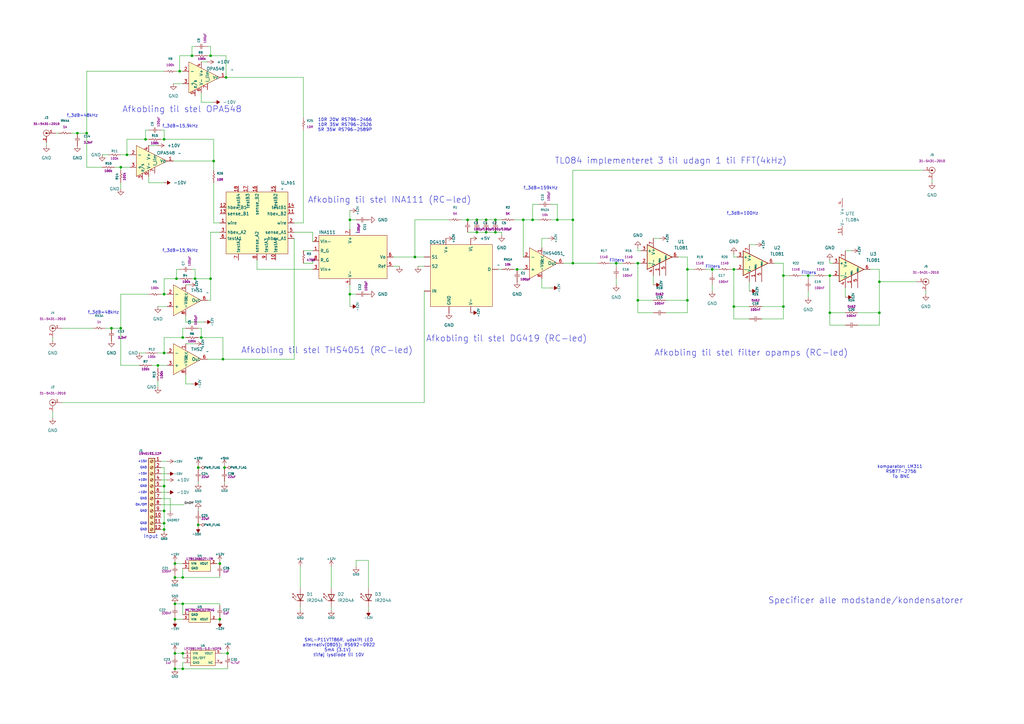
<source format=kicad_sch>
(kicad_sch (version 20231120) (generator "eeschema") (generator_version "8.0")
  (paper "A3")
  (junction (at 35.56 54.61))
  (junction (at 281.94 110.49))
  (junction (at 252.73 107.95))
  (junction (at 92.71 31.75))
  (junction (at 67.31 214.63))
  (junction (at 78.74 22.86))
  (junction (at 71.755 231.14))
  (junction (at 199.39 90.17))
  (junction (at 71.755 236.855))
  (junction (at 71.755 247.65))
  (junction (at 74.93 267.97))
  (junction (at 87.63 66.04))
  (junction (at 234.95 90.17))
  (junction (at 73.66 29.21))
  (junction (at 93.345 267.97))
  (junction (at 300.99 125.73))
  (junction (at 261.62 123.19))
  (junction (at 74.93 138.43))
  (junction (at 81.28 191.77))
  (junction (at 74.93 274.32))
  (junction (at 49.53 68.58))
  (junction (at 67.31 144.78))
  (junction (at 71.755 274.32))
  (junction (at 360.68 115.57))
  (junction (at 45.72 134.62))
  (junction (at 90.17 254))
  (junction (at 300.99 110.49))
  (junction (at 82.55 138.43))
  (junction (at 340.36 113.03))
  (junction (at 321.31 125.73))
  (junction (at 91.44 147.32))
  (junction (at 71.755 254))
  (junction (at 214.63 90.17))
  (junction (at 74.93 236.855))
  (junction (at 261.62 107.95))
  (junction (at 67.31 209.55))
  (junction (at 360.68 128.27))
  (junction (at 331.47 113.03))
  (junction (at 74.93 247.65))
  (junction (at 340.36 128.27))
  (junction (at 170.18 105.41))
  (junction (at 212.09 110.49))
  (junction (at 191.77 90.17))
  (junction (at 195.58 95.25))
  (junction (at 92.075 191.77))
  (junction (at 49.53 134.62))
  (junction (at 71.755 267.97))
  (junction (at 86.36 22.86))
  (junction (at 321.31 113.03))
  (junction (at 52.07 63.5))
  (junction (at 203.2 90.17))
  (junction (at 218.44 90.17))
  (junction (at 67.31 120.65))
  (junction (at 31.75 54.61))
  (junction (at 228.6 90.17))
  (junction (at 234.95 107.95))
  (junction (at 72.39 114.3))
  (junction (at 143.51 90.17))
  (junction (at 281.94 123.19))
  (junction (at 59.69 57.15))
  (junction (at 81.28 215.265))
  (junction (at 86.36 114.3))
  (junction (at 292.1 110.49))
  (junction (at 199.39 95.25))
  (junction (at 67.31 57.15))
  (junction (at 143.51 120.65))
  (junction (at 90.17 231.14))
  (junction (at 67.31 217.17))
  (junction (at 203.2 95.25))
  (junction (at 195.58 90.17))
  (junction (at 80.01 114.3))
  (junction (at 64.77 149.86))
  (junction (at 67.31 199.39))
  (wire (pts (xy 71.12 66.04) (xy 87.63 66.04)))
  (wire (pts (xy 234.95 90.17) (xy 234.95 107.95)))
  (wire (pts (xy 146.05 232.41) (xy 146.05 229.87)))
  (wire (pts (xy 35.56 29.21) (xy 67.31 29.21)))
  (wire (pts (xy 124.46 91.44) (xy 120.65 91.44)))
  (wire (pts (xy 76.2 129.54) (xy 76.2 132.08)))
  (wire (pts (xy 203.2 95.25) (xy 205.74 95.25)))
  (wire (pts (xy 222.25 101.6) (xy 222.25 97.79)))
  (wire (pts (xy 74.93 271.78) (xy 74.93 274.32)))
  (wire (pts (xy 82.55 134.62) (xy 82.55 138.43)))
  (wire (pts (xy 80.01 110.49) (xy 80.01 114.3)))
  (wire (pts (xy 203.2 90.17) (xy 205.74 90.17)))
  (wire (pts (xy 49.53 68.58) (xy 53.34 68.58)))
  (wire (pts (xy 71.755 248.285) (xy 71.755 247.65)))
  (wire (pts (xy 59.69 57.15) (xy 60.96 57.15)))
  (wire (pts (xy 312.42 125.73) (xy 321.31 125.73)))
  (wire (pts (xy 222.25 118.11) (xy 226.06 118.11)))
  (wire (pts (xy 66.04 120.65) (xy 67.31 120.65)))
  (wire (pts (xy 78.74 22.86) (xy 80.01 22.86)))
  (wire (pts (xy 87.63 74.93) (xy 87.63 91.44)))
  (wire (pts (xy 143.51 90.17) (xy 143.51 93.98)))
  (wire (pts (xy 29.21 54.61) (xy 31.75 54.61)))
  (wire (pts (xy 351.79 128.27) (xy 360.68 128.27)))
  (wire (pts (xy 74.93 236.855) (xy 90.17 236.855)))
  (wire (pts (xy 76.2 132.08) (xy 83.82 132.08)))
  (wire (pts (xy 59.69 57.15) (xy 59.69 53.34)))
  (wire (pts (xy 71.755 236.855) (xy 71.755 236.22)))
  (wire (pts (xy 81.28 138.43) (xy 82.55 138.43)))
  (wire (pts (xy 360.68 110.49) (xy 360.68 115.57)))
  (wire (pts (xy 22.86 54.61) (xy 24.13 54.61)))
  (wire (pts (xy 170.18 90.17) (xy 184.15 90.17)))
  (wire (pts (xy 191.77 95.25) (xy 195.58 95.25)))
  (wire (pts (xy 67.31 138.43) (xy 67.31 144.78)))
  (wire (pts (xy 67.31 53.34) (xy 67.31 57.15)))
  (wire (pts (xy 66.04 201.93) (xy 68.58 201.93)))
  (wire (pts (xy 72.39 114.3) (xy 73.66 114.3)))
  (wire (pts (xy 273.05 128.27) (xy 281.94 128.27)))
  (wire (pts (xy 74.93 267.97) (xy 74.93 269.875)))
  (wire (pts (xy 68.58 194.31) (xy 66.04 194.31)))
  (wire (pts (xy 21.59 138.43) (xy 21.59 139.7)))
  (wire (pts (xy 151.13 229.87) (xy 151.13 241.3)))
  (wire (pts (xy 78.74 114.3) (xy 80.01 114.3)))
  (wire (pts (xy 35.56 29.21) (xy 35.56 54.61)))
  (wire (pts (xy 76.2 116.84) (xy 77.47 116.84)))
  (wire (pts (xy 67.31 214.63) (xy 67.31 217.17)))
  (wire (pts (xy 105.41 106.68) (xy 105.41 110.49)))
  (wire (pts (xy 92.71 31.75) (xy 124.46 31.75)))
  (wire (pts (xy 25.4 165.1) (xy 173.99 165.1)))
  (wire (pts (xy 64.77 125.73) (xy 68.58 125.73)))
  (wire (pts (xy 60.96 59.69) (xy 64.77 59.69)))
  (wire (pts (xy 226.06 90.17) (xy 228.6 90.17)))
  (wire (pts (xy 86.36 123.19) (xy 86.36 114.3)))
  (wire (pts (xy 74.93 269.875) (xy 75.565 269.875)))
  (wire (pts (xy 49.53 68.58) (xy 49.53 69.85)))
  (wire (pts (xy 93.345 268.605) (xy 93.345 267.97)))
  (wire (pts (xy 123.19 232.41) (xy 123.19 241.3)))
  (wire (pts (xy 78.74 22.86) (xy 78.74 19.05)))
  (wire (pts (xy 72.39 114.3) (xy 72.39 110.49)))
  (wire (pts (xy 341.63 113.03) (xy 340.36 113.03)))
  (wire (pts (xy 341.63 107.95) (xy 340.36 107.95)))
  (wire (pts (xy 281.94 128.27) (xy 281.94 123.19)))
  (wire (pts (xy 74.93 236.855) (xy 71.755 236.855)))
  (wire (pts (xy 81.28 197.485) (xy 81.28 198.12)))
  (wire (pts (xy 93.345 267.97) (xy 90.805 267.97)))
  (wire (pts (xy 75.565 271.78) (xy 74.93 271.78)))
  (wire (pts (xy 281.94 110.49) (xy 284.48 110.49)))
  (wire (pts (xy 267.97 128.27) (xy 261.62 128.27)))
  (wire (pts (xy 62.23 149.86) (xy 64.77 149.86)))
  (wire (pts (xy 74.93 233.045) (xy 74.93 236.855)))
  (wire (pts (xy 161.29 109.22) (xy 163.83 109.22)))
  (wire (pts (xy 300.99 110.49) (xy 300.99 125.73)))
  (wire (pts (xy 222.25 114.3) (xy 222.25 118.11)))
  (wire (pts (xy 87.63 66.04) (xy 87.63 69.85)))
  (wire (pts (xy 73.66 29.21) (xy 73.66 22.86)))
  (wire (pts (xy 321.31 125.73) (xy 321.31 113.03)))
  (wire (pts (xy 299.72 110.49) (xy 300.99 110.49)))
  (wire (pts (xy 222.25 97.79) (xy 224.79 97.79)))
  (wire (pts (xy 66.04 189.23) (xy 68.58 189.23)))
  (wire (pts (xy 88.9 254) (xy 90.17 254)))
  (wire (pts (xy 173.99 119.38) (xy 173.99 165.1)))
  (wire (pts (xy 69.85 204.47) (xy 69.85 209.55)))
  (wire (pts (xy 151.13 248.92) (xy 151.13 250.19)))
  (wire (pts (xy 218.44 90.17) (xy 220.98 90.17)))
  (wire (pts (xy 67.31 199.39) (xy 67.31 209.55)))
  (wire (pts (xy 307.34 130.81) (xy 300.99 130.81)))
  (wire (pts (xy 74.93 138.43) (xy 74.93 134.62)))
  (wire (pts (xy 25.4 134.62) (xy 38.1 134.62)))
  (wire (pts (xy 60.96 74.93) (xy 67.31 74.93)))
  (wire (pts (xy 199.39 95.25) (xy 203.2 95.25)))
  (wire (pts (xy 71.755 267.97) (xy 71.755 268.605)))
  (wire (pts (xy 35.56 68.58) (xy 35.56 54.61)))
  (wire (pts (xy 85.09 22.86) (xy 86.36 22.86)))
  (wire (pts (xy 92.075 191.77) (xy 92.075 192.405)))
  (wire (pts (xy 82.55 138.43) (xy 91.44 138.43)))
  (wire (pts (xy 31.75 54.61) (xy 35.56 54.61)))
  (wire (pts (xy 128.27 95.25) (xy 128.27 99.06)))
  (wire (pts (xy 67.31 209.55) (xy 66.04 209.55)))
  (wire (pts (xy 49.53 120.65) (xy 60.96 120.65)))
  (wire (pts (xy 360.68 110.49) (xy 356.87 110.49)))
  (wire (pts (xy 82.55 41.91) (xy 87.63 41.91)))
  (wire (pts (xy 93.345 274.32) (xy 74.93 274.32)))
  (wire (pts (xy 262.89 107.95) (xy 261.62 107.95)))
  (wire (pts (xy 250.19 107.95) (xy 252.73 107.95)))
  (wire (pts (xy 218.44 90.17) (xy 218.44 83.82)))
  (wire (pts (xy 302.26 105.41) (xy 300.99 105.41)))
  (wire (pts (xy 205.74 95.25) (xy 205.74 96.52)))
  (wire (pts (xy 74.93 267.97) (xy 75.565 267.97)))
  (wire (pts (xy 90.17 236.855) (xy 90.17 236.22)))
  (wire (pts (xy 204.47 110.49) (xy 205.74 110.49)))
  (wire (pts (xy 261.62 123.19) (xy 261.62 128.27)))
  (wire (pts (xy 135.89 232.41) (xy 135.89 241.3)))
  (wire (pts (xy 161.29 105.41) (xy 170.18 105.41)))
  (wire (pts (xy 143.51 90.17) (xy 146.05 90.17)))
  (wire (pts (xy 173.99 105.41) (xy 170.18 105.41)))
  (wire (pts (xy 71.755 231.14) (xy 74.93 231.14)))
  (wire (pts (xy 379.73 119.38) (xy 379.73 120.65)))
  (wire (pts (xy 234.95 69.85) (xy 378.46 69.85)))
  (wire (pts (xy 60.96 72.39) (xy 60.96 74.93)))
  (wire (pts (xy 340.36 113.03) (xy 340.36 128.27)))
  (wire (pts (xy 267.97 113.03) (xy 267.97 116.84)))
  (wire (pts (xy 74.93 254) (xy 71.755 254)))
  (wire (pts (xy 124.46 107.95) (xy 128.27 107.95)))
  (wire (pts (xy 52.07 57.15) (xy 59.69 57.15)))
  (wire (pts (xy 67.31 217.17) (xy 66.04 217.17)))
  (wire (pts (xy 90.17 247.65) (xy 90.17 248.285)))
  (wire (pts (xy 143.51 120.65) (xy 143.51 125.73)))
  (wire (pts (xy 49.53 149.86) (xy 57.15 149.86)))
  (wire (pts (xy 73.66 29.21) (xy 74.93 29.21)))
  (wire (pts (xy 81.28 208.915) (xy 81.28 209.55)))
  (wire (pts (xy 260.35 107.95) (xy 261.62 107.95)))
  (wire (pts (xy 307.34 115.57) (xy 307.34 119.38)))
  (wire (pts (xy 93.345 267.335) (xy 93.345 267.97)))
  (wire (pts (xy 91.44 138.43) (xy 91.44 147.32)))
  (wire (pts (xy 90.17 231.14) (xy 90.17 230.505)))
  (wire (pts (xy 67.31 199.39) (xy 66.04 199.39)))
  (wire (pts (xy 331.47 113.03) (xy 334.01 113.03)))
  (wire (pts (xy 66.04 57.15) (xy 67.31 57.15)))
  (wire (pts (xy 71.755 254.635) (xy 71.755 254)))
  (wire (pts (xy 143.51 116.84) (xy 143.51 120.65)))
  (wire (pts (xy 300.99 105.41) (xy 300.99 104.14)))
  (wire (pts (xy 67.31 209.55) (xy 67.31 214.63)))
  (wire (pts (xy 120.65 147.32) (xy 120.65 97.79)))
  (wire (pts (xy 82.55 25.4) (xy 85.09 25.4)))
  (wire (pts (xy 74.93 134.62) (xy 76.2 134.62)))
  (wire (pts (xy 312.42 130.81) (xy 321.31 130.81)))
  (wire (pts (xy 234.95 69.85) (xy 234.95 90.17)))
  (wire (pts (xy 231.14 107.95) (xy 234.95 107.95)))
  (wire (pts (xy 76.2 140.97) (xy 80.01 140.97)))
  (wire (pts (xy 146.05 229.87) (xy 151.13 229.87)))
  (wire (pts (xy 71.755 274.32) (xy 74.93 274.32)))
  (wire (pts (xy 212.09 110.49) (xy 214.63 110.49)))
  (wire (pts (xy 74.93 138.43) (xy 76.2 138.43)))
  (wire (pts (xy 228.6 90.17) (xy 234.95 90.17)))
  (wire (pts (xy 261.62 123.19) (xy 267.97 123.19)))
  (wire (pts (xy 93.345 273.685) (xy 93.345 274.32)))
  (wire (pts (xy 214.63 90.17) (xy 218.44 90.17)))
  (wire (pts (xy 87.63 57.15) (xy 87.63 66.04)))
  (wire (pts (xy 292.1 110.49) (xy 294.64 110.49)))
  (wire (pts (xy 340.36 107.95) (xy 340.36 106.68)))
  (wire (pts (xy 331.47 119.38) (xy 331.47 121.92)))
  (wire (pts (xy 292.1 116.84) (xy 292.1 119.38)))
  (wire (pts (xy 76.2 157.48) (xy 78.74 157.48)))
  (wire (pts (xy 331.47 113.03) (xy 331.47 114.3)))
  (wire (pts (xy 72.39 29.21) (xy 73.66 29.21)))
  (wire (pts (xy 270.51 97.79) (xy 267.97 97.79)))
  (wire (pts (xy 90.17 254.635) (xy 90.17 254)))
  (wire (pts (xy 66.04 191.77) (xy 67.31 191.77)))
  (wire (pts (xy 351.79 133.35) (xy 360.68 133.35)))
  (wire (pts (xy 64.77 144.78) (xy 67.31 144.78)))
  (wire (pts (xy 43.18 134.62) (xy 45.72 134.62)))
  (wire (pts (xy 67.31 57.15) (xy 87.63 57.15)))
  (wire (pts (xy 218.44 83.82) (xy 220.98 83.82)))
  (wire (pts (xy 382.27 73.66) (xy 382.27 74.93)))
  (wire (pts (xy 19.05 58.42) (xy 19.05 59.69)))
  (wire (pts (xy 328.93 113.03) (xy 331.47 113.03)))
  (wire (pts (xy 340.36 128.27) (xy 346.71 128.27)))
  (wire (pts (xy 228.6 83.82) (xy 228.6 90.17)))
  (wire (pts (xy 21.59 168.91) (xy 21.59 171.45)))
  (wire (pts (xy 321.31 107.95) (xy 317.5 107.95)))
  (wire (pts (xy 45.72 134.62) (xy 49.53 134.62)))
  (wire (pts (xy 321.31 107.95) (xy 321.31 113.03)))
  (wire (pts (xy 71.755 247.65) (xy 74.93 247.65)))
  (wire (pts (xy 124.46 102.87) (xy 128.27 102.87)))
  (wire (pts (xy 92.075 191.135) (xy 92.075 191.77)))
  (wire (pts (xy 170.18 105.41) (xy 170.18 90.17)))
  (wire (pts (xy 82.55 38.1) (xy 82.55 41.91)))
  (wire (pts (xy 71.755 274.32) (xy 71.755 273.685)))
  (wire (pts (xy 86.36 19.05) (xy 86.36 22.86)))
  (wire (pts (xy 71.755 230.505) (xy 71.755 231.14)))
  (wire (pts (xy 281.94 105.41) (xy 281.94 110.49)))
  (wire (pts (xy 52.07 63.5) (xy 53.34 63.5)))
  (wire (pts (xy 300.99 125.73) (xy 307.34 125.73)))
  (wire (pts (xy 86.36 22.86) (xy 92.71 22.86)))
  (wire (pts (xy 66.04 53.34) (xy 67.31 53.34)))
  (wire (pts (xy 67.31 138.43) (xy 74.93 138.43)))
  (wire (pts (xy 49.53 120.65) (xy 49.53 134.62)))
  (wire (pts (xy 105.41 110.49) (xy 128.27 110.49)))
  (wire (pts (xy 78.74 19.05) (xy 80.01 19.05)))
  (wire (pts (xy 59.69 53.34) (xy 60.96 53.34)))
  (wire (pts (xy 46.99 68.58) (xy 49.53 68.58)))
  (wire (pts (xy 360.68 115.57) (xy 375.92 115.57)))
  (wire (pts (xy 226.06 83.82) (xy 228.6 83.82)))
  (wire (pts (xy 210.82 90.17) (xy 214.63 90.17)))
  (wire (pts (xy 91.44 147.32) (xy 120.65 147.32)))
  (wire (pts (xy 86.36 114.3) (xy 86.36 95.25)))
  (wire (pts (xy 210.82 110.49) (xy 212.09 110.49)))
  (wire (pts (xy 49.53 63.5) (xy 52.07 63.5)))
  (wire (pts (xy 64.77 149.86) (xy 68.58 149.86)))
  (wire (pts (xy 92.075 197.485) (xy 92.075 198.12)))
  (wire (pts (xy 135.89 248.92) (xy 135.89 250.19)))
  (wire (pts (xy 74.93 247.65) (xy 74.93 252.095)))
  (wire (pts (xy 67.31 120.65) (xy 68.58 120.65)))
  (wire (pts (xy 49.53 149.86) (xy 49.53 134.62)))
  (wire (pts (xy 81.28 134.62) (xy 82.55 134.62)))
  (wire (pts (xy 71.12 34.29) (xy 74.93 34.29)))
  (wire (pts (xy 261.62 107.95) (xy 261.62 123.19)))
  (wire (pts (xy 67.31 114.3) (xy 72.39 114.3)))
  (wire (pts (xy 67.31 191.77) (xy 67.31 199.39)))
  (wire (pts (xy 309.88 100.33) (xy 307.34 100.33)))
  (wire (pts (xy 52.07 57.15) (xy 52.07 63.5)))
  (wire (pts (xy 64.77 156.21) (xy 64.77 158.75)))
  (wire (pts (xy 214.63 90.17) (xy 214.63 105.41)))
  (wire (pts (xy 321.31 130.81) (xy 321.31 125.73)))
  (wire (pts (xy 171.45 109.22) (xy 173.99 109.22)))
  (wire (pts (xy 360.68 133.35) (xy 360.68 128.27)))
  (wire (pts (xy 346.71 118.11) (xy 346.71 121.92)))
  (wire (pts (xy 252.73 107.95) (xy 252.73 109.22)))
  (wire (pts (xy 81.28 214.63) (xy 81.28 215.265)))
  (wire (pts (xy 262.89 102.87) (xy 261.62 102.87)))
  (wire (pts (xy 234.95 107.95) (xy 245.11 107.95)))
  (wire (pts (xy 90.17 231.14) (xy 88.9 231.14)))
  (wire (pts (xy 124.46 53.34) (xy 124.46 91.44)))
  (wire (pts (xy 49.53 74.93) (xy 49.53 77.47)))
  (wire (pts (xy 71.755 267.335) (xy 71.755 267.97)))
  (wire (pts (xy 339.09 113.03) (xy 340.36 113.03)))
  (wire (pts (xy 143.51 120.65) (xy 146.05 120.65)))
  (wire (pts (xy 124.46 31.75) (xy 124.46 48.26)))
  (wire (pts (xy 81.28 191.77) (xy 81.28 192.405)))
  (wire (pts (xy 67.31 144.78) (xy 68.58 144.78)))
  (wire (pts (xy 80.01 114.3) (xy 86.36 114.3)))
  (wire (pts (xy 321.31 113.03) (xy 323.85 113.03)))
  (wire (pts (xy 292.1 110.49) (xy 292.1 111.76)))
  (wire (pts (xy 261.62 102.87) (xy 261.62 101.6)))
  (wire (pts (xy 76.2 153.67) (xy 76.2 157.48)))
  (wire (pts (xy 273.05 123.19) (xy 281.94 123.19)))
  (wire (pts (xy 73.66 22.86) (xy 78.74 22.86)))
  (wire (pts (xy 346.71 133.35) (xy 340.36 133.35)))
  (wire (pts (xy 86.36 95.25) (xy 90.17 95.25)))
  (wire (pts (xy 66.04 204.47) (xy 69.85 204.47)))
  (wire (pts (xy 252.73 107.95) (xy 255.27 107.95)))
  (wire (pts (xy 85.09 147.32) (xy 91.44 147.32)))
  (wire (pts (xy 281.94 123.19) (xy 281.94 110.49)))
  (wire (pts (xy 195.58 90.17) (xy 199.39 90.17)))
  (wire (pts (xy 41.91 68.58) (xy 35.56 68.58)))
  (wire (pts (xy 300.99 125.73) (xy 300.99 130.81)))
  (wire (pts (xy 289.56 110.49) (xy 292.1 110.49)))
  (wire (pts (xy 128.27 107.95) (xy 128.27 106.68)))
  (wire (pts (xy 67.31 214.63) (xy 66.04 214.63)))
  (wire (pts (xy 87.63 91.44) (xy 90.17 91.44)))
  (wire (pts (xy 199.39 90.17) (xy 203.2 90.17)))
  (wire (pts (xy 92.71 31.75) (xy 92.71 22.86)))
  (wire (pts (xy 66.04 196.85) (xy 68.58 196.85)))
  (wire (pts (xy 340.36 128.27) (xy 340.36 133.35)))
  (wire (pts (xy 360.68 128.27) (xy 360.68 115.57)))
  (wire (pts (xy 85.09 19.05) (xy 86.36 19.05)))
  (wire (pts (xy 66.04 207.01) (xy 75.565 207.01)))
  (wire (pts (xy 195.58 95.25) (xy 199.39 95.25)))
  (wire (pts (xy 64.77 149.86) (xy 64.77 151.13)))
  (wire (pts (xy 67.31 120.65) (xy 67.31 114.3)))
  (wire (pts (xy 81.28 215.9) (xy 81.28 215.265)))
  (wire (pts (xy 90.17 254) (xy 90.17 253.365)))
  (wire (pts (xy 72.39 110.49) (xy 73.66 110.49)))
  (wire (pts (xy 252.73 114.3) (xy 252.73 116.84)))
  (wire (pts (xy 71.755 267.97) (xy 74.93 267.97)))
  (wire (pts (xy 86.36 123.19) (xy 85.09 123.19)))
  (wire (pts (xy 67.31 217.17) (xy 67.31 217.805)))
  (wire (pts (xy 120.65 95.25) (xy 128.27 95.25)))
  (wire (pts (xy 41.91 63.5) (xy 44.45 63.5)))
  (wire (pts (xy 71.755 254) (xy 71.755 253.365)))
  (wire (pts (xy 123.19 248.92) (xy 123.19 250.19)))
  (wire (pts (xy 57.15 144.78) (xy 59.69 144.78)))
  (wire (pts (xy 302.26 110.49) (xy 300.99 110.49)))
  (wire (pts (xy 349.25 102.87) (xy 346.71 102.87)))
  (wire (pts (xy 143.51 86.36) (xy 143.51 90.17)))
  (wire (pts (xy 74.93 247.65) (xy 90.17 247.65)))
  (wire (pts (xy 281.94 105.41) (xy 278.13 105.41)))
  (wire (pts (xy 78.74 110.49) (xy 80.01 110.49)))
  (wire (pts (xy 189.23 90.17) (xy 191.77 90.17)))
  (wire (pts (xy 81.28 191.135) (xy 81.28 191.77)))
  (wire (pts (xy 191.77 90.17) (xy 195.58 90.17)))
  (text "Afkobling til stel filter opamps (RC-led)" (at 308.102 146.304 0) (effects (font (size 2.54 2.54)) (justify bottom)))
  (text "f_3dB=48kHz\n" (at 33.782 47.498 0) (effects (font (size 1.27 1.27))))
  (text "Afkobling til stel DG419 (RC-led)" (at 207.772 140.462 0) (effects (font (size 2.54 2.54)) (justify bottom)))
  (text "Input" (at 64.77 220.98 0) (effects (font (size 1.4986 1.4986)) (justify right bottom)))
  (text "GND" (at 60.325 205.105 0) (effects (font (size 0.889 0.889)) (justify right bottom)))
  (text "+15V" (at 60.325 189.865 0) (effects (font (size 0.889 0.889)) (justify right bottom)))
  (text "10R 20W RS796-2466\n10R 35W RS796-2526\n5R 35W RS796-2589P" (at 141.478 51.308 0) (effects (font (size 1.27 1.27))))
  (text "-15V" (at 60.325 194.945 0) (effects (font (size 0.889 0.889)) (justify right bottom)))
  (text "f_3dB=100Hz\n" (at 304.546 87.63 0) (effects (font (size 1.27 1.27))))
  (text "GND" (at 60.325 217.805 0) (effects (font (size 0.889 0.889)) (justify right bottom)))
  (text "Specificer alle modstande/kondensatorer" (at 355.092 246.38 0) (effects (font (size 2.54 2.54))))
  (text "GND" (at 60.325 215.265 0) (effects (font (size 0.889 0.889)) (justify right bottom)))
  (text "f_3dB=48kHz\n" (at 42.418 128.27 0) (effects (font (size 1.27 1.27))))
  (text "On/Off" (at 60.325 207.645 0) (effects (font (size 0.889 0.889)) (justify right bottom)))
  (text "f_3dB=159kHz\n" (at 221.742 77.216 0) (effects (font (size 1.27 1.27))))
  (text "komparator: LM311 \nRS877-2756\nTo BNC" (at 369.57 193.548 0) (effects (font (size 1.27 1.27))))
  (text "-10V" (at 60.325 202.565 0) (effects (font (size 0.889 0.889)) (justify right bottom)))
  (text "SML-P11VTT86R, udskift LED\nalternativ(0805): RS692-0922\n5mA (3.1V) \ntilføj lysdiode til 10V" (at 138.938 265.684 0) (effects (font (size 1.27 1.27))))
  (text "f_3dB=15,9kHz\n" (at 73.914 51.816 0) (effects (font (size 1.27 1.27))))
  (text "GND" (at 60.325 210.185 0) (effects (font (size 0.889 0.889)) (justify right bottom)))
  (text "Afkobling til stel OPA548" (at 74.676 44.958 0) (effects (font (size 2.54 2.54))))
  (text "Afkobling til stel THS4051 (RC-led)" (at 134.112 145.288 0) (effects (font (size 2.54 2.54)) (justify bottom)))
  (text "f_3dB=15,9kHz\n" (at 73.914 102.87 0) (effects (font (size 1.27 1.27))))
  (text "GND" (at 60.325 200.025 0) (effects (font (size 0.889 0.889)) (justify right bottom)))
  (text "+10V\n" (at 60.325 197.485 0) (effects (font (size 0.889 0.889)) (justify right bottom)))
  (text "Afkobling til stel INA111 (RC-led)" (at 159.766 83.566 0) (effects (font (size 2.54 2.54)) (justify bottom)))
  (text "Filters" (at 252.984 106.934 0) (effects (font (size 1.27 1.27))))
  (text "Filters" (at 331.724 112.014 0) (effects (font (size 1.27 1.27))))
  (text "Filters" (at 292.354 109.474 0) (effects (font (size 1.27 1.27))))
  (text "TL084 implementeret 3 til udagn 1 til FFT(4kHz)" (at 275.082 66.04 0) (effects (font (size 2.54 2.54))))
  (text "GND" (at 60.325 192.405 0) (effects (font (size 0.889 0.889)) (justify right bottom)))
  (label "OnOff" (at 75.565 207.01 0) (effects (font (size 0.889 0.889))))
  (symbol (lib_id "10-Resistor:R_0402_100k_CID10.9.12") (at 63.5 57.15 270) (unit 1)
    (property "Reference" "R15" (at 63.5 55.626 90) (effects (font (size 0.889 0.889))))
    (property "Value" "R_0402_100k_CID10.9.12" (effects (hide yes)))
    (property "Footprint" "R0402_RESC100X50X37L20N" (effects (hide yes)))
    (property "Datasheet" "http://partkeepr.local.space.dtu.dk/api/part_attachments/806/getFile" (effects (hide yes)))
    (property "Description" "RES SMD 100k 5% 0.063W 0402" (effects (hide yes)))
    (property "Packaging" "Tape & Reel (TR)" (effects (hide yes)))
    (property "Case/Package" "0402" (effects (hide yes)))
    (property "Reviewed" "No" (effects (hide yes)))
    (property "Component value" "100k" (at 63.5 58.674 90) (effects (font (size 0.889 0.889))))
    (property "MPN" "RCA0402100KJNED" (effects (hide yes)))
  )
  (symbol (lib_name "THS4051_1") (lib_id "8-Microcircuits:THS4051") (at 73.66 123.19 0) (unit 1)
    (property "Reference" "THS1" (at 80.772 119.126 0))
    (property "Value" "~" (at 85.09 120.0465 0))
  )
  (symbol (lib_id "10-Resistor:R_0603_11k0_CID10.9.4566") (at 297.18 110.49 90) (unit 1)
    (property "Reference" "R20" (at 297.18 105.41 90) (effects (font (size 0.889 0.889))))
    (property "Value" "R_0603_11k0_CID10.9.4566" (effects (hide yes)))
    (property "Footprint" "R0603_RESC155X85X50L27NN" (effects (hide yes)))
    (property "Datasheet" "http://partkeepr.local.space.dtu.dk/api/part_attachments/5389/getFile" (effects (hide yes)))
    (property "Description" "RES SMD 11k0 1% 0.1W 0603 100 ppm FM" (effects (hide yes)))
    (property "Resistance" "11.0 kOhm" (effects (hide yes)))
    (property "Tolerance" "1.0 %" (effects (hide yes)))
    (property "TCR" "100 ppm" (effects (hide yes)))
    (property "Voltage" "50.0 V" (effects (hide yes)))
    (property "Material" "Thick film" (effects (hide yes)))
    (property "Case size" "0603" (effects (hide yes)))
    (property "Specification" "ESCC QPL 4001/026" (effects (hide yes)))
    (property "MPN" "4001026011102F4" (effects (hide yes)))
    (property "COTS MPN" "CRCW060311K0FKEA" (effects (hide yes)))
    (property "Reviewed" "Yes, by DTCH on 23-06-2023 11:59:16" (effects (hide yes)))
    (property "Component value" "11k0" (at 297.18 107.95 90) (effects (font (size 0.889 0.889))))
    (property "MPN_1" "4001026011102F4" (effects (hide yes)))
  )
  (symbol (lib_id "dtuspace-power:GND") (at 146.05 232.41 0) (unit 1)
    (property "Reference" "#PWR069" (effects (hide yes)))
    (property "Value" "GND" (at 146.05 235.585 0) (effects (font (size 0.889 0.889))))
  )
  (symbol (lib_id "dtuspace-power:+5V") (at 123.19 232.41 0) (unit 1)
    (property "Reference" "#PWR066" (effects (hide yes)))
    (property "Value" "+5V" (at 123.19 229.235 0) (effects (font (size 0.889 0.889))))
  )
  (symbol (lib_id "dtuspace-power:+12V") (at 77.47 116.84 270) (unit 1)
    (property "Reference" "#PWR046" (effects (hide yes)))
    (property "Value" "+12V" (at 80.645 116.84 0) (effects (font (size 0.889 0.889))))
  )
  (symbol (lib_id "power:GND") (at 21.59 139.7 0) (unit 1)
    (property "Reference" "#PWR072" (effects (hide yes)))
    (property "Value" "GND" (at 21.59 144.78 0))
    (property "Description" "Power symbol creates a global label with name \"GND\" , ground" (effects (hide yes)))
  )
  (symbol (lib_id "10-Resistor:RN_1206_10k_CID10.10.421") (at 208.28 110.49 90) (unit 1)
    (property "Reference" "RN1" (at 208.28 106.426 90) (effects (font (size 0.889 0.889))))
    (property "Value" "RN_1206_10k_CID10.10.421" (effects (hide yes)))
    (property "Footprint" "RESCAF8P80_320X160X50L30X55N" (effects (hide yes)))
    (property "Datasheet" "http://partkeepr.local.space.dtu.dk/api/part_attachments/938/getFile" (effects (hide yes)))
    (property "Description" "RES ARRAY4 10k 5% 0.063W 1206" (effects (hide yes)))
    (property "Case/Package" "0603" (effects (hide yes)))
    (property "Case/Package (SI)" "3216" (effects (hide yes)))
    (property "Lead-Free Status" "Lead Free" (effects (hide yes)))
    (property "Lifecycle Status" "Not Listed by Manufacturer" (effects (hide yes)))
    (property "Mounting Style" "Surface Mount" (effects (hide yes)))
    (property "Number of Contacts" "8.0 " (effects (hide yes)))
    (property "Packaging" "Cut Tape (CT)" (effects (hide yes)))
    (property "Number of Pins" "8.0 " (effects (hide yes)))
    (property "REACH SVHC Compliance" "No SVHC" (effects (hide yes)))
    (property "Resistance" "10000.0 Ω" (effects (hide yes)))
    (property "Resistance Tolerance" "±5%" (effects (hide yes)))
    (property "RoHS" "Compliant" (effects (hide yes)))
    (property "Size-Height" "500.0 μm" (effects (hide yes)))
    (property "Size-Length" "3.2 mm" (effects (hide yes)))
    (property "Size-Width" "1.6 mm" (effects (hide yes)))
    (property "Voltage Rating (DC)" "50.0 V" (effects (hide yes)))
    (property "Reviewed" "No" (effects (hide yes)))
    (property "Component value" "10k" (at 208.28 108.458 90) (effects (font (size 0.889 0.889))))
    (property "MPN" "EXB-38V103JV" (effects (hide yes)))
  )
  (symbol (lib_id "10-Resistor:R_0603_11k0_CID10.9.4566") (at 247.65 107.95 90) (unit 1)
    (property "Reference" "R17" (at 247.65 102.87 90) (effects (font (size 0.889 0.889))))
    (property "Value" "R_0603_11k0_CID10.9.4566" (effects (hide yes)))
    (property "Footprint" "R0603_RESC155X85X50L27NN" (effects (hide yes)))
    (property "Datasheet" "http://partkeepr.local.space.dtu.dk/api/part_attachments/5389/getFile" (effects (hide yes)))
    (property "Description" "RES SMD 11k0 1% 0.1W 0603 100 ppm FM" (effects (hide yes)))
    (property "Resistance" "11.0 kOhm" (effects (hide yes)))
    (property "Tolerance" "1.0 %" (effects (hide yes)))
    (property "TCR" "100 ppm" (effects (hide yes)))
    (property "Voltage" "50.0 V" (effects (hide yes)))
    (property "Material" "Thick film" (effects (hide yes)))
    (property "Case size" "0603" (effects (hide yes)))
    (property "Specification" "ESCC QPL 4001/026" (effects (hide yes)))
    (property "MPN" "4001026011102F4" (effects (hide yes)))
    (property "COTS MPN" "CRCW060311K0FKEA" (effects (hide yes)))
    (property "Reviewed" "Yes, by DTCH on 23-06-2023 11:59:16" (effects (hide yes)))
    (property "Component value" "11k0" (at 247.65 105.41 90) (effects (font (size 0.889 0.889))))
    (property "MPN_1" "4001026011102F4" (effects (hide yes)))
  )
  (symbol (lib_id "10-Resistor:R_0402_100k_CID10.9.12") (at 63.5 120.65 270) (unit 1)
    (property "Reference" "R5" (at 63.5 115.57 90) (effects (font (size 0.889 0.889))))
    (property "Value" "R_0402_100k_CID10.9.12" (effects (hide yes)))
    (property "Footprint" "R0402_RESC100X50X37L20N" (effects (hide yes)))
    (property "Datasheet" "http://partkeepr.local.space.dtu.dk/api/part_attachments/806/getFile" (effects (hide yes)))
    (property "Description" "RES SMD 100k 5% 0.063W 0402" (effects (hide yes)))
    (property "Packaging" "Tape & Reel (TR)" (effects (hide yes)))
    (property "Case/Package" "0402" (effects (hide yes)))
    (property "Reviewed" "No" (effects (hide yes)))
    (property "Component value" "100k" (at 63.5 118.11 90) (effects (font (size 0.889 0.889))))
    (property "MPN" "RCA0402100KJNED" (effects (hide yes)))
  )
  (symbol (lib_id "dtuspace-power:+12V") (at 80.01 140.97 270) (unit 1)
    (property "Reference" "#PWR045" (effects (hide yes)))
    (property "Value" "+12V" (at 83.185 140.97 0) (effects (font (size 0.889 0.889))))
  )
  (symbol (lib_id "LISA_LDO_v2.2-rescue:+5.5V-dtuspace-power") (at 92.075 191.135 0) (unit 1)
    (property "Reference" "#PWR040" (effects (hide yes)))
    (property "Value" "+5VA" (at 92.075 187.96 0) (effects (font (size 0.889 0.889))))
  )
  (symbol (lib_id "power:+10V") (at 68.58 196.85 270) (unit 1)
    (property "Reference" "#PWR025" (effects (hide yes)))
    (property "Value" "+10V" (at 72.39 196.8499 90) (effects (justify left)))
    (property "Description" "Power symbol creates a global label with name \"+10V\"" (effects (hide yes)))
  )
  (symbol (lib_id "1-Capacitor:C_0402_100nF_16V_X7R_CID1.2.1") (at 292.1 114.3 180) (unit 1)
    (property "Reference" "C17" (at 294.64 113.03 0) (effects (font (size 0.889 0.889)) (justify right)))
    (property "Value" "C_0402_100nF_16V_X7R_CID1.2.1" (effects (hide yes)))
    (property "Footprint" "C0402_CAPC100X50X61L25N" (effects (hide yes)))
    (property "Datasheet" "http://partkeepr.local.space.dtu.dk/api/part_attachments/1/getFile" (effects (hide yes)))
    (property "Description" "CAP CER 100nF 16V X7R 0402 10.0 %" (effects (hide yes)))
    (property "Reviewed" "Yes, by DTCH on 27-03-2023 23:54:06" (effects (hide yes)))
    (property "Tolerance" "10.0 %" (effects (hide yes)))
    (property "Voltage" "16.0 V" (effects (hide yes)))
    (property "Dielectric" "X7R" (effects (hide yes)))
    (property "MPN" "CGA2B1X7R1C104K050BC" (effects (hide yes)))
    (property "Component value" "100nF" (at 294.64 115.57 0) (effects (font (size 0.889 0.889)) (justify right)))
    (property "MPN_1" "CGA2B1X7R1C104K050BC" (effects (hide yes)))
  )
  (symbol (lib_id "power:+5V") (at 193.04 97.79 270) (unit 1)
    (property "Reference" "#PWR014" (effects (hide yes)))
    (property "Value" "+5V" (at 196.85 97.7899 90) (effects (justify left)))
    (property "Description" "Power symbol creates a global label with name \"+5V\"" (effects (hide yes)))
  )
  (symbol (lib_id "power:GND") (at 382.27 74.93 0) (mirror y) (unit 1)
    (property "Reference" "#PWR073" (effects (hide yes)))
    (property "Value" "GND" (at 382.27 80.01 0))
    (property "Description" "Power symbol creates a global label with name \"GND\" , ground" (effects (hide yes)))
  )
  (symbol (lib_id "1-Capacitor:C_0402_100nF_16V_X7R_CID1.2.1") (at 331.47 116.84 180) (unit 1)
    (property "Reference" "C19" (at 334.01 115.57 0) (effects (font (size 0.889 0.889)) (justify right)))
    (property "Value" "C_0402_100nF_16V_X7R_CID1.2.1" (effects (hide yes)))
    (property "Footprint" "C0402_CAPC100X50X61L25N" (effects (hide yes)))
    (property "Datasheet" "http://partkeepr.local.space.dtu.dk/api/part_attachments/1/getFile" (effects (hide yes)))
    (property "Description" "CAP CER 100nF 16V X7R 0402 10.0 %" (effects (hide yes)))
    (property "Reviewed" "Yes, by DTCH on 27-03-2023 23:54:06" (effects (hide yes)))
    (property "Tolerance" "10.0 %" (effects (hide yes)))
    (property "Voltage" "16.0 V" (effects (hide yes)))
    (property "Dielectric" "X7R" (effects (hide yes)))
    (property "MPN" "CGA2B1X7R1C104K050BC" (effects (hide yes)))
    (property "Component value" "100nF" (at 334.01 118.11 0) (effects (font (size 0.889 0.889)) (justify right)))
    (property "MPN_1" "CGA2B1X7R1C104K050BC" (effects (hide yes)))
  )
  (symbol (lib_id "1-Capacitor:C_0402_100pF_50V_C0G_CID1.2.681") (at 223.52 83.82 90) (unit 1)
    (property "Reference" "C10" (at 222.504 82.296 0) (effects (font (size 0.889 0.889)) (justify left)))
    (property "Value" "C_0402_100pF_50V_C0G_CID1.2.681" (effects (hide yes)))
    (property "Footprint" "C0402_CAPC100X50X61L25N" (effects (hide yes)))
    (property "Datasheet" "http://partkeepr.local.space.dtu.dk/api/part_attachments/1437/getFile" (effects (hide yes)))
    (property "Description" "CAP CER 100pF 50V C0G 0402 5.0 %" (effects (hide yes)))
    (property "Capacitance" "100.0 pF" (effects (hide yes)))
    (property "Case/Package" "0402" (effects (hide yes)))
    (property "Case Code (Imperial)" "0402" (effects (hide yes)))
    (property "Case Code (Metric)" "1005" (effects (hide yes)))
    (property "Contact Plating" "Tin" (effects (hide yes)))
    (property "Depth" "500.0 μm" (effects (hide yes)))
    (property "Dielectric" "C0G" (effects (hide yes)))
    (property "Dissipation Factor" "2.5 %" (effects (hide yes)))
    (property "Height" "550.0 μm" (effects (hide yes)))
    (property "Insulation Resistance" "1.0 GΩ" (effects (hide yes)))
    (property "Lead Free" "Lead Free" (effects (hide yes)))
    (property "Length" "1.0 mm" (effects (hide yes)))
    (property "Lifecycle Status" "Production (Last Updated: 2 years ago)" (effects (hide yes)))
    (property "Manufacturer Lifecycle Status" "ACTIVE (Last Updated: 2 years ago)" (effects (hide yes)))
    (property "Material" "Ceramic" (effects (hide yes)))
    (property "Max Operating Temperature" "125.0 °C" (effects (hide yes)))
    (property "Min Operating Temperature" "-55.0 °C" (effects (hide yes)))
    (property "Mount" "PCB, Surface Mount" (effects (hide yes)))
    (property "Number of Pins" "2.0 " (effects (hide yes)))
    (property "Packaging" "Cut Tape" (effects (hide yes)))
    (property "Radiation Hardening" "No" (effects (hide yes)))
    (property "REACH SVHC" "No SVHC" (effects (hide yes)))
    (property "RoHS" "Compliant" (effects (hide yes)))
    (property "Temperature Coefficient" "30.0 ppm/°C" (effects (hide yes)))
    (property "Termination" "SMD/SMT" (effects (hide yes)))
    (property "Thickness" "558.8 μm" (effects (hide yes)))
    (property "Tolerance" "5.0 %" (effects (hide yes)))
    (property "Voltage" "50.0 V" (effects (hide yes)))
    (property "Voltage Rating" "50.0 V" (effects (hide yes)))
    (property "Voltage Rating (AC)" "50.0 V" (effects (hide yes)))
    (property "Voltage Rating (DC)" "50.0 V" (effects (hide yes)))
    (property "Width" "508.0 μm" (effects (hide yes)))
    (property "Reviewed" "No" (effects (hide yes)))
    (property "Component value" "100pF" (at 225.044 82.55 0) (effects (font (size 0.889 0.889)) (justify left)))
    (property "MPN" "04025A101JAT2A" (effects (hide yes)))
  )
  (symbol (lib_id "power:GND") (at 184.15 128.27 0) (unit 1)
    (property "Reference" "#PWR015" (effects (hide yes)))
    (property "Value" "GND" (at 184.15 133.35 0))
    (property "Description" "Power symbol creates a global label with name \"GND\" , ground" (effects (hide yes)))
  )
  (symbol (lib_id "dtuspace-power:GND") (at 81.28 198.12 0) (unit 1)
    (property "Reference" "#PWR035" (effects (hide yes)))
    (property "Value" "GND" (at 81.28 201.295 0) (effects (font (size 0.889 0.889))))
  )
  (symbol (lib_id "LISA_LDO_v2.2-rescue:C_0805_330nF_50V_X7R_CID1.2.632-dtuspace") (at 71.755 233.68 0) (mirror x) (unit 1)
    (property "Reference" "C21" (at 69.215 233.045 0) (effects (font (size 0.889 0.889)) (justify right)))
    (property "Value" "C_0805_330nF_50V_X7R_CID1.2.632" (effects (hide yes)))
    (property "Footprint" "dtuspace:C0805_CAPC200X125X130L45N" (effects (hide yes)))
    (property "Datasheet" "N/A" (effects (hide yes)))
    (property "MPN" "CL21B334KBFNNNE" (effects (hide yes)))
    (property "Component value" "330nF" (at 70.485 234.315 0) (effects (font (size 0.889 0.889)) (justify right)))
    (property "Sim.Device" "SPICE" (effects (hide yes)))
    (property "Sim.Params" "type=\"C\" model=\"330nF\" lib=\"\"" (effects (hide yes)))
    (property "Sim.Pins" "1=1 2=2" (effects (hide yes)))
  )
  (symbol (lib_id "1-Capacitor:C_0402_100pF_50V_C0G_CID1.2.681") (at 148.59 120.65 90) (unit 1)
    (property "Reference" "C12" (at 147.574 119.126 0) (effects (font (size 0.889 0.889)) (justify left)))
    (property "Value" "C_0402_100pF_50V_C0G_CID1.2.681" (effects (hide yes)))
    (property "Footprint" "C0402_CAPC100X50X61L25N" (effects (hide yes)))
    (property "Datasheet" "http://partkeepr.local.space.dtu.dk/api/part_attachments/1437/getFile" (effects (hide yes)))
    (property "Description" "CAP CER 100pF 50V C0G 0402 5.0 %" (effects (hide yes)))
    (property "Capacitance" "100.0 pF" (effects (hide yes)))
    (property "Case/Package" "0402" (effects (hide yes)))
    (property "Case Code (Imperial)" "0402" (effects (hide yes)))
    (property "Case Code (Metric)" "1005" (effects (hide yes)))
    (property "Contact Plating" "Tin" (effects (hide yes)))
    (property "Depth" "500.0 μm" (effects (hide yes)))
    (property "Dielectric" "C0G" (effects (hide yes)))
    (property "Dissipation Factor" "2.5 %" (effects (hide yes)))
    (property "Height" "550.0 μm" (effects (hide yes)))
    (property "Insulation Resistance" "1.0 GΩ" (effects (hide yes)))
    (property "Lead Free" "Lead Free" (effects (hide yes)))
    (property "Length" "1.0 mm" (effects (hide yes)))
    (property "Lifecycle Status" "Production (Last Updated: 2 years ago)" (effects (hide yes)))
    (property "Manufacturer Lifecycle Status" "ACTIVE (Last Updated: 2 years ago)" (effects (hide yes)))
    (property "Material" "Ceramic" (effects (hide yes)))
    (property "Max Operating Temperature" "125.0 °C" (effects (hide yes)))
    (property "Min Operating Temperature" "-55.0 °C" (effects (hide yes)))
    (property "Mount" "PCB, Surface Mount" (effects (hide yes)))
    (property "Number of Pins" "2.0 " (effects (hide yes)))
    (property "Packaging" "Cut Tape" (effects (hide yes)))
    (property "Radiation Hardening" "No" (effects (hide yes)))
    (property "REACH SVHC" "No SVHC" (effects (hide yes)))
    (property "RoHS" "Compliant" (effects (hide yes)))
    (property "Temperature Coefficient" "30.0 ppm/°C" (effects (hide yes)))
    (property "Termination" "SMD/SMT" (effects (hide yes)))
    (property "Thickness" "558.8 μm" (effects (hide yes)))
    (property "Tolerance" "5.0 %" (effects (hide yes)))
    (property "Voltage" "50.0 V" (effects (hide yes)))
    (property "Voltage Rating" "50.0 V" (effects (hide yes)))
    (property "Voltage Rating (AC)" "50.0 V" (effects (hide yes)))
    (property "Voltage Rating (DC)" "50.0 V" (effects (hide yes)))
    (property "Width" "508.0 μm" (effects (hide yes)))
    (property "Reviewed" "No" (effects (hide yes)))
    (property "Component value" "100pF" (at 150.114 119.38 0) (effects (font (size 0.889 0.889)) (justify left)))
    (property "MPN" "04025A101JAT2A" (effects (hide yes)))
  )
  (symbol (lib_id "1-Capacitor:C_2220_22uF_25V_X7R_CID1.2.4254") (at 81.28 212.09 0) (unit 1)
    (property "Reference" "C25" (at 82.55 211.455 0) (effects (font (size 0.889 0.889)) (justify left)))
    (property "Value" "C_2220_22uF_25V_X7R_CID1.2.4254" (effects (hide yes)))
    (property "Footprint" "C2220_CAPC570X500X270L60N" (effects (hide yes)))
    (property "Datasheet" "N/A" (effects (hide yes)))
    (property "Capacitance" "22.0 μF" (effects (hide yes)))
    (property "Tolerance" "5.0 %" (effects (hide yes)))
    (property "Voltage" "25.0 V" (effects (hide yes)))
    (property "Dielectric" "X7R" (effects (hide yes)))
    (property "Case size" "2220" (effects (hide yes)))
    (property "Specification" "COTS ESCC QPL 3009/041" (effects (hide yes)))
    (property "MPN" "22203C226JAT2A" (effects (hide yes)))
    (property "Reviewed" "No" (effects (hide yes)))
    (property "Component value" "22uF" (at 82.55 212.725 0) (effects (font (size 0.889 0.889)) (justify left)))
    (property "MPN_1" "22203C226JAT2A" (effects (hide yes)))
  )
  (symbol (lib_id "dtuspace-power:PWR_FLAG") (at 81.28 215.265 270) (unit 1)
    (property "Reference" "#FLG02" (effects (hide yes)))
    (property "Value" "PWR_FLAG" (at 86.995 215.265 90) (effects (font (size 0.889 0.889))))
  )
  (symbol (lib_id "power:GND") (at 151.13 90.17 90) (unit 1)
    (property "Reference" "#PWR011" (effects (hide yes)))
    (property "Value" "GND" (at 154.94 90.1699 90) (effects (justify right)))
    (property "Description" "Power symbol creates a global label with name \"GND\" , ground" (effects (hide yes)))
  )
  (symbol (lib_id "dtuspace-power:+5V") (at 93.345 267.335 0) (unit 1)
    (property "Reference" "#PWR044" (effects (hide yes)))
    (property "Value" "+5V" (at 93.345 264.16 0) (effects (font (size 0.889 0.889))))
  )
  (symbol (lib_id "power:GND") (at 292.1 119.38 0) (unit 1)
    (property "Reference" "#PWR020" (effects (hide yes)))
    (property "Value" "GND" (at 292.1 124.46 0))
    (property "Description" "Power symbol creates a global label with name \"GND\" , ground" (effects (hide yes)))
  )
  (symbol (lib_id "LISA_LDO_v2.2-rescue:C_1210_4.7uF_35V_20%_CID1.3.90-dtuspace") (at 93.345 271.145 0) (unit 1)
    (property "Reference" "C30" (at 94.615 270.51 0) (effects (font (size 0.889 0.889)) (justify left)))
    (property "Value" "C_1210_4.7uF_35V_20%_CID1.3.90" (effects (hide yes)))
    (property "Footprint" "dtuspace:CAPPM350X285X210L85X220N" (effects (hide yes)))
    (property "Datasheet" "http://partkeepr.local.space.dtu.dk/api/part_attachments/414/getFile" (effects (hide yes)))
    (property "MPN" "TCJB475M035R0200" (effects (hide yes)))
    (property "Component value" "4.7uF" (at 94.615 271.78 0) (effects (font (size 0.889 0.889)) (justify left)))
    (property "Capacitance" "4.7F" (effects (hide yes)))
    (property "Capacitance Tolerance" "±20%" (effects (hide yes)))
    (property "Case/Package" "1210" (effects (hide yes)))
    (property "Equivalent Series Resistance (ESR)" "0.2Ω" (effects (hide yes)))
    (property "Lead-Free Status" "Lead Free" (effects (hide yes)))
    (property "Mounting Style" "Surface Mount" (effects (hide yes)))
    (property "Operating Temperature" "None" (effects (hide yes)))
    (property "Packaging" "Tape & Reel (TR)" (effects (hide yes)))
    (property "REACH SVHC Compliance" "No SVHC" (effects (hide yes)))
    (property "RoHS" "Compliant" (effects (hide yes)))
    (property "Voltage Rating (DC)" "35.0V" (effects (hide yes)))
    (property "Sim.Device" "SPICE" (effects (hide yes)))
    (property "Sim.Params" "type=\"C\" model=\"4.7uF\" lib=\"\"" (effects (hide yes)))
    (property "Sim.Pins" "1=1 2=2" (effects (hide yes)))
  )
  (symbol (lib_id "8-Microcircuits:DG419") (at 189.23 113.03 0) (unit 1)
    (property "Reference" "DG419" (at 179.324 99.314 0))
    (property "Value" "~" (at 204.47 108.7119 0))
  )
  (symbol (lib_id "1-Capacitor:C_0402_100nF_16V_X7R_CID1.2.1") (at 309.88 130.81 90) (unit 1)
    (property "Reference" "C18" (at 309.88 124.46 90) (effects (font (size 0.889 0.889))))
    (property "Value" "C_0402_100nF_16V_X7R_CID1.2.1" (effects (hide yes)))
    (property "Footprint" "C0402_CAPC100X50X61L25N" (effects (hide yes)))
    (property "Datasheet" "http://partkeepr.local.space.dtu.dk/api/part_attachments/1/getFile" (effects (hide yes)))
    (property "Description" "CAP CER 100nF 16V X7R 0402 10.0 %" (effects (hide yes)))
    (property "Reviewed" "Yes, by DTCH on 27-03-2023 23:54:06" (effects (hide yes)))
    (property "Tolerance" "10.0 %" (effects (hide yes)))
    (property "Voltage" "16.0 V" (effects (hide yes)))
    (property "Dielectric" "X7R" (effects (hide yes)))
    (property "MPN" "CGA2B1X7R1C104K050BC" (effects (hide yes)))
    (property "Component value" "100nF" (at 309.88 127 90) (effects (font (size 0.889 0.889))))
    (property "MPN_1" "CGA2B1X7R1C104K050BC" (effects (hide yes)))
  )
  (symbol (lib_id "10-Resistor:R_0603_11k0_CID10.9.4566") (at 336.55 113.03 90) (unit 1)
    (property "Reference" "R23" (at 336.55 107.95 90) (effects (font (size 0.889 0.889))))
    (property "Value" "R_0603_11k0_CID10.9.4566" (effects (hide yes)))
    (property "Footprint" "R0603_RESC155X85X50L27NN" (effects (hide yes)))
    (property "Datasheet" "http://partkeepr.local.space.dtu.dk/api/part_attachments/5389/getFile" (effects (hide yes)))
    (property "Description" "RES SMD 11k0 1% 0.1W 0603 100 ppm FM" (effects (hide yes)))
    (property "Resistance" "11.0 kOhm" (effects (hide yes)))
    (property "Tolerance" "1.0 %" (effects (hide yes)))
    (property "TCR" "100 ppm" (effects (hide yes)))
    (property "Voltage" "50.0 V" (effects (hide yes)))
    (property "Material" "Thick film" (effects (hide yes)))
    (property "Case size" "0603" (effects (hide yes)))
    (property "Specification" "ESCC QPL 4001/026" (effects (hide yes)))
    (property "MPN" "4001026011102F4" (effects (hide yes)))
    (property "COTS MPN" "CRCW060311K0FKEA" (effects (hide yes)))
    (property "Reviewed" "Yes, by DTCH on 23-06-2023 11:59:16" (effects (hide yes)))
    (property "Component value" "11k0" (at 336.55 110.49 90) (effects (font (size 0.889 0.889))))
    (property "MPN_1" "4001026011102F4" (effects (hide yes)))
  )
  (symbol (lib_id "Amplifier_Operational:TL081") (at 349.25 110.49 0) (unit 1)
    (property "Reference" "U3" (at 358.14 104.1714 0))
    (property "Value" "TL081" (at 358.14 106.7114 0))
    (property "Datasheet" "http://www.ti.com/lit/ds/symlink/tl081.pdf" (effects (hide yes)))
    (property "Description" "Single JFET-Input Operational Amplifiers, DIP-8/SOIC-8" (effects (hide yes)))
  )
  (symbol (lib_id "LED:IR204A") (at 151.13 243.84 90) (unit 1)
    (property "Reference" "D3" (at 153.67 243.7129 90) (effects (justify right)))
    (property "Value" "IR204A" (at 153.67 246.2529 90) (effects (justify right)))
    (property "Footprint" "LED_THT:LED_D3.0mm_IRBlack" (effects (hide yes)))
    (property "Datasheet" "http://www.everlight.com/file/ProductFile/IR204-A.pdf" (effects (hide yes)))
    (property "Description" "Infrared LED , 3mm LED package" (effects (hide yes)))
  )
  (symbol (lib_id "power:GND") (at 57.15 144.78 0) (unit 1)
    (property "Reference" "#PWR05" (effects (hide yes)))
    (property "Value" "GND" (at 54.61 144.78 0))
    (property "Description" "Power symbol creates a global label with name \"GND\" , ground" (effects (hide yes)))
  )
  (symbol (lib_id "LISA_LDO_v2.2-rescue:LP2981IM5-5.0-NOPB_CID8.52.176-dtuspace") (at 83.185 269.875 0) (unit 1)
    (property "Reference" "U6" (at 83.185 264.795 0) (effects (font (size 0.889 0.889))))
    (property "Value" "LP2981IM5-5.0-NOPB_CID8.52.176" (effects (hide yes)))
    (property "Footprint" "dtuspace:SOT23-5P95_270X145L35X35N" (effects (hide yes)))
    (property "Datasheet" "http://partkeepr.local.space.dtu.dk/api/part_attachments/614/getFile" (effects (hide yes)))
    (property "MPN" "LP2981IM5-5.0-NOPB" (at 83.185 266.065 0) (effects (font (size 0.889 0.889))))
    (property "Component value" "LP2981IM5-5.0-NOPB_CID8.52.176" (effects (hide yes)))
    (property "Case/Package" "SOT-23" (effects (hide yes)))
    (property "Current Rating" "100.0mA" (effects (hide yes)))
    (property "Dropout Voltage" "200.0mV" (effects (hide yes)))
    (property "Input Voltage (DC)" "None" (effects (hide yes)))
    (property "Lead-Free Status" "Lead Free" (effects (hide yes)))
    (property "Lifecycle Status" "Active" (effects (hide yes)))
    (property "Mounting Style" "Surface Mount" (effects (hide yes)))
    (property "Number of Outputs" "1.0" (effects (hide yes)))
    (property "Number of Regulated Outputs" "1.0" (effects (hide yes)))
    (property "Operating Temperature" "None" (effects (hide yes)))
    (property "Output Capacitor Type" "Ceramic" (effects (hide yes)))
    (property "Output Current" "100.0mA" (effects (hide yes)))
    (property "Output Voltage" "5.0V" (effects (hide yes)))
    (property "Packaging" "Tape & Reel (TR)" (effects (hide yes)))
    (property "Number of Pins" "5.0" (effects (hide yes)))
    (property "Quiescent Current" "65.0μA" (effects (hide yes)))
    (property "REACH SVHC Compliance" "No SVHC" (effects (hide yes)))
    (property "RoHS" "Compliant" (effects (hide yes)))
    (property "Sim.Device" "SPICE" (effects (hide yes)))
    (property "Sim.Params" "type=\"U\" model=\"LP2981IM5-5.0-NOPB\" lib=\"\"" (effects (hide yes)))
    (property "Sim.Pins" "1=1 2=2 3=3 4=4 5=5" (effects (hide yes)))
  )
  (symbol (lib_id "8-Microcircuits:OPA548_TO-220") (at 60.96 66.04 0) (unit 1)
    (property "Reference" "OPA548" (at 68.072 62.738 0))
    (property "Value" "~" (at 73.66 62.8965 0))
  )
  (symbol (lib_id "dtuspace-power:-12V") (at 90.17 254.635 0) (mirror x) (unit 1)
    (property "Reference" "#PWR39" (effects (hide yes)))
    (property "Value" "-12V" (at 90.17 257.81 0) (effects (font (size 0.889 0.889))))
  )
  (symbol (lib_id "10-Resistor:RN_1206_10k_CID10.10.421") (at 223.52 90.17 90) (unit 1)
    (property "Reference" "RN2" (at 223.52 86.106 90) (effects (font (size 0.889 0.889))))
    (property "Value" "RN_1206_10k_CID10.10.421" (effects (hide yes)))
    (property "Footprint" "RESCAF8P80_320X160X50L30X55N" (effects (hide yes)))
    (property "Datasheet" "http://partkeepr.local.space.dtu.dk/api/part_attachments/938/getFile" (effects (hide yes)))
    (property "Description" "RES ARRAY4 10k 5% 0.063W 1206" (effects (hide yes)))
    (property "Case/Package" "0603" (effects (hide yes)))
    (property "Case/Package (SI)" "3216" (effects (hide yes)))
    (property "Lead-Free Status" "Lead Free" (effects (hide yes)))
    (property "Lifecycle Status" "Not Listed by Manufacturer" (effects (hide yes)))
    (property "Mounting Style" "Surface Mount" (effects (hide yes)))
    (property "Number of Contacts" "8.0 " (effects (hide yes)))
    (property "Packaging" "Cut Tape (CT)" (effects (hide yes)))
    (property "Number of Pins" "8.0 " (effects (hide yes)))
    (property "REACH SVHC Compliance" "No SVHC" (effects (hide yes)))
    (property "Resistance" "10000.0 Ω" (effects (hide yes)))
    (property "Resistance Tolerance" "±5%" (effects (hide yes)))
    (property "RoHS" "Compliant" (effects (hide yes)))
    (property "Size-Height" "500.0 μm" (effects (hide yes)))
    (property "Size-Length" "3.2 mm" (effects (hide yes)))
    (property "Size-Width" "1.6 mm" (effects (hide yes)))
    (property "Voltage Rating (DC)" "50.0 V" (effects (hide yes)))
    (property "Reviewed" "No" (effects (hide yes)))
    (property "Component value" "10k" (at 223.52 88.138 90) (effects (font (size 0.889 0.889))))
    (property "MPN" "EXB-38V103JV" (effects (hide yes)))
  )
  (symbol (lib_id "10-Resistor:R_0603_5k62_CID10.9.5563") (at 349.25 128.27 90) (unit 1)
    (property "Reference" "R24" (at 349.25 123.19 90) (effects (font (size 0.889 0.889))))
    (property "Value" "R_0603_5k62_CID10.9.5563" (effects (hide yes)))
    (property "Footprint" "R0603_RESC155X85X50L27NN" (effects (hide yes)))
    (property "Datasheet" "N/A" (effects (hide yes)))
    (property "Description" "RES SMD 5k62 1% 0.1W 0603 100 ppm COTS" (effects (hide yes)))
    (property "Resistance" "5.62 kOhm" (effects (hide yes)))
    (property "Tolerance" "1.0 %" (effects (hide yes)))
    (property "TCR" "100 ppm" (effects (hide yes)))
    (property "Voltage" "50.0 V" (effects (hide yes)))
    (property "Material" "Thick film" (effects (hide yes)))
    (property "Case size" "0603" (effects (hide yes)))
    (property "Specification" "COTS ESCC QPL 4001/026" (effects (hide yes)))
    (property "MPN" "CRCW06035K62FKEA" (effects (hide yes)))
    (property "Reviewed" "No" (effects (hide yes)))
    (property "Component value" "5k62" (at 349.25 125.73 90) (effects (font (size 0.889 0.889))))
    (property "MPN_1" "CRCW06035K62FKEA" (effects (hide yes)))
  )
  (symbol (lib_id "LISA_LDO_v2.2-rescue:MC7912ACD2TR4G_CID8.52.429-dtuspace") (at 81.915 254 0) (mirror x) (unit 1)
    (property "Reference" "U5" (at 81.915 248.92 0) (effects (font (size 0.889 0.889))))
    (property "Value" "MC7912ACD2TR4G_CID8.52.429" (effects (hide yes)))
    (property "Footprint" "dtuspace:DPAK3P508_1419X457L172X97T635X1023N" (effects (hide yes)))
    (property "Datasheet" "http://partkeepr.local.space.dtu.dk/api/part_attachments/955/getFile" (effects (hide yes)))
    (property "MPN" "MC7912ACD2TR4G" (at 81.915 250.19 0) (effects (font (size 0.889 0.889))))
    (property "Component value" "MC7912ACD2TR4G_CID8.52.429" (effects (hide yes)))
    (property "Halogen Free Status" "Halogen Free" (effects (hide yes)))
    (property "Lead-Free Status" "Lead Free" (effects (hide yes)))
    (property "Lifecycle Status" "Active" (effects (hide yes)))
    (property "Mounting Style" "Surface Mount" (effects (hide yes)))
    (property "Packaging" "Tape & Reel (TR)" (effects (hide yes)))
    (property "Polarity" "N-Channel" (effects (hide yes)))
    (property "RoHS" "Compliant" (effects (hide yes)))
    (property "Sim.Device" "SPICE" (effects (hide yes)))
    (property "Sim.Params" "type=\"U\" model=\"MC7912ACD2TR4G\" lib=\"\"" (effects (hide yes)))
    (property "Sim.Pins" "1=1 2=2 3=3" (effects (hide yes)))
  )
  (symbol (lib_id "dtuspace-power:+12V") (at 309.88 100.33 270) (unit 1)
    (property "Reference" "#PWR052" (effects (hide yes)))
    (property "Value" "+12V" (at 313.055 100.33 0) (effects (font (size 0.889 0.889))))
  )
  (symbol (lib_id "dtuspace:31-5431-2010_CID2.5.196") (at 19.05 54.61 0) (unit 1)
    (property "Reference" "J3" (at 19.05 48.26 0) (effects (font (size 0.889 0.889))))
    (property "Value" "31-5431-2010_CID2.5.196" (effects (hide yes)))
    (property "Footprint" "dtuspace:AMPHENOL_31-5431-2010" (effects (hide yes)))
    (property "Datasheet" "http://partkeepr.local.space.dtu.dk/api/part_attachments/653/getFile" (effects (hide yes)))
    (property "Description" "CONN BNC JACK R/A 50 OHM PCB" (effects (hide yes)))
    (property "Sim.Pins" "1=1 2=2" (effects (hide yes)))
    (property "Sim.Device" "SPICE" (effects (hide yes)))
    (property "Sim.Params" "type=\"J\" model=\"31-5431-2010\" lib=\"\"" (effects (hide yes)))
    (property "MPN" "31-5431-2010" (at 19.05 50.8 0) (effects (font (size 0.889 0.889))))
    (property "Component value" "31-5431-2010_CID2.5.196" (effects (hide yes)))
    (property "Contact Material" "Phosphor Bronze" (effects (hide yes)))
    (property "Contact Plating" "Gold" (effects (hide yes)))
    (property "Frequency" "None" (effects (hide yes)))
    (property "Lead-Free Status" "Lead Free" (effects (hide yes)))
    (property "Mounting Style" "Through Hole" (effects (hide yes)))
    (property "Packaging" "Bulk" (effects (hide yes)))
    (property "RoHS" "Compliant" (effects (hide yes)))
  )
  (symbol (lib_id "power:GND") (at 31.75 59.69 0) (unit 1)
    (property "Reference" "#PWR018" (effects (hide yes)))
    (property "Value" "GND" (at 31.75 64.77 0))
    (property "Description" "Power symbol creates a global label with name \"GND\" , ground" (effects (hide yes)))
  )
  (symbol (lib_id "dtuspace-power:GND") (at 123.19 250.19 0) (unit 1)
    (property "Reference" "#PWR068" (effects (hide yes)))
    (property "Value" "GND" (at 123.19 253.365 0) (effects (font (size 0.889 0.889))))
  )
  (symbol (lib_id "dtuspace-power:-12V") (at 307.34 119.38 270) (mirror x) (unit 1)
    (property "Reference" "#PWR51" (effects (hide yes)))
    (property "Value" "-12V" (at 310.515 119.38 0) (effects (font (size 0.889 0.889))))
  )
  (symbol (lib_id "LISA_LDO_v2.2-rescue:C_0805_1uF_50V_X7R_CID1.2.28-dtuspace") (at 90.17 250.825 0) (mirror x) (unit 1)
    (property "Reference" "C27" (at 91.44 250.19 0) (effects (font (size 0.889 0.889)) (justify left)))
    (property "Value" "C_0805_1uF_50V_X7R_CID1.2.28" (effects (hide yes)))
    (property "Footprint" "dtuspace:C0805_CAPC200X125X130L45N" (effects (hide yes)))
    (property "Datasheet" "http://partkeepr.local.space.dtu.dk/api/part_attachments/166/getFile" (effects (hide yes)))
    (property "MPN" "C2012X7R1H105M085AC" (effects (hide yes)))
    (property "Component value" "1uF" (at 91.44 251.46 0) (effects (font (size 0.889 0.889)) (justify left)))
    (property "Size-Length" "0.002m" (effects (hide yes)))
    (property "Capacitance Tolerance" "±20%" (effects (hide yes)))
    (property "Case/Package (SI)" "2012" (effects (hide yes)))
    (property "Size-Width" "0.001m" (effects (hide yes)))
    (property "RoHS" "Compliant" (effects (hide yes)))
    (property "Voltage Rating (DC)" "50.0V" (effects (hide yes)))
    (property "Lead-Free Status" "Lead Free" (effects (hide yes)))
    (property "Mounting Style" "Surface Mount" (effects (hide yes)))
    (property "Dielectric Material" "Ceramic Multilayer" (effects (hide yes)))
    (property "Packaging" "Cut Tape (CT)" (effects (hide yes)))
    (property "Dielectric Characteristic" "X7R" (effects (hide yes)))
    (property "Size-Thickness" "0.001m" (effects (hide yes)))
    (property "Case/Package" "0805" (effects (hide yes)))
    (property "Capacitance" "1.0μF" (effects (hide yes)))
    (property "Sim.Device" "SPICE" (effects (hide yes)))
    (property "Sim.Params" "type=\"C\" model=\"1uF\" lib=\"\"" (effects (hide yes)))
    (property "Sim.Pins" "1=1 2=2" (effects (hide yes)))
  )
  (symbol (lib_id "10-Resistor:R_0805_5K_CID10.99.612") (at 186.69 90.17 90) (unit 1)
    (property "Reference" "R1" (at 186.69 85.09 90) (effects (font (size 0.889 0.889))))
    (property "Value" "R_0805_5K_CID10.99.612" (effects (hide yes)))
    (property "Footprint" "R0805_RESC200X125X50L35N" (effects (hide yes)))
    (property "Datasheet" "http://partkeepr.local.space.dtu.dk/api/part_attachments/1318/getFile" (effects (hide yes)))
    (property "Description" "RES SMD 5K 0.01% 0.1W 0805" (effects (hide yes)))
    (property "Reviewed" "No" (effects (hide yes)))
    (property "Component value" "5K" (at 186.69 87.63 90) (effects (font (size 0.889 0.889))))
    (property "MPN" "Y16295K00000T9R" (effects (hide yes)))
  )
  (symbol (lib_id "power:GND") (at 205.74 96.52 0) (unit 1)
    (property "Reference" "#PWR04" (effects (hide yes)))
    (property "Value" "GND" (at 205.74 101.6 0))
    (property "Description" "Power symbol creates a global label with name \"GND\" , ground" (effects (hide yes)))
  )
  (symbol (lib_id "10-Resistor:R_0402_100k_CID10.9.12") (at 76.2 114.3 270) (unit 1)
    (property "Reference" "R4" (at 75.946 113.03 90) (effects (font (size 0.889 0.889))))
    (property "Value" "R_0402_100k_CID10.9.12" (effects (hide yes)))
    (property "Footprint" "R0402_RESC100X50X37L20N" (effects (hide yes)))
    (property "Datasheet" "http://partkeepr.local.space.dtu.dk/api/part_attachments/806/getFile" (effects (hide yes)))
    (property "Description" "RES SMD 100k 5% 0.063W 0402" (effects (hide yes)))
    (property "Packaging" "Tape & Reel (TR)" (effects (hide yes)))
    (property "Case/Package" "0402" (effects (hide yes)))
    (property "Reviewed" "No" (effects (hide yes)))
    (property "Component value" "100k" (at 76.454 115.57 90) (effects (font (size 0.889 0.889))))
    (property "MPN" "RCA0402100KJNED" (effects (hide yes)))
  )
  (symbol (lib_id "dtuspace-power:GND") (at 92.075 198.12 0) (unit 1)
    (property "Reference" "#PWR041" (effects (hide yes)))
    (property "Value" "GND" (at 92.075 201.295 0) (effects (font (size 0.889 0.889))))
  )
  (symbol (lib_id "dtuspace-power:-12V") (at 346.71 121.92 270) (mirror x) (unit 1)
    (property "Reference" "#PWR64" (effects (hide yes)))
    (property "Value" "-12V" (at 349.885 121.92 0) (effects (font (size 0.889 0.889))))
  )
  (symbol (lib_id "10-Resistor:R_0402_10R_CID10.9.9") (at 124.46 50.8 0) (unit 1)
    (property "Reference" "R25" (at 125.73 49.53 0) (effects (font (size 0.889 0.889)) (justify left)))
    (property "Value" "R_0402_10R_CID10.9.9" (effects (hide yes)))
    (property "Footprint" "R0402_RESC100X50X37L20N" (effects (hide yes)))
    (property "Datasheet" "http://partkeepr.local.space.dtu.dk/api/part_attachments/53/getFile" (effects (hide yes)))
    (property "Description" "RES SMD 10R 1% 1/10W 0402" (effects (hide yes)))
    (property "Voltage Rating (DC)" "50.0 V" (effects (hide yes)))
    (property "Power Rating" "0.1 W" (effects (hide yes)))
    (property "Case/Package" "0402" (effects (hide yes)))
    (property "Size-Width" "0.001 m" (effects (hide yes)))
    (property "RoHS" "Compliant" (effects (hide yes)))
    (property "REACH SVHC Compliance" "No SVHC" (effects (hide yes)))
    (property "Lead-Free Status" "Lead Free" (effects (hide yes)))
    (property "Resistance" "10.0 Ohm" (effects (hide yes)))
    (property "Resistance Tolerance" "±1%" (effects (hide yes)))
    (property "Packaging" "Tape & Reel (TR)" (effects (hide yes)))
    (property "Size-Length" "0.001 m" (effects (hide yes)))
    (property "Lifecycle Status" "Not Listed by Manufacturer" (effects (hide yes)))
    (property "Size-Height" "0.0 m" (effects (hide yes)))
    (property "Mounting Style" "Surface Mount" (effects (hide yes)))
    (property "Temperature Coefficient" "100.0 ppm/°C" (effects (hide yes)))
    (property "Number of Pins" "2.0 " (effects (hide yes)))
    (property "Reviewed" "No" (effects (hide yes)))
    (property "Component value" "10R" (at 125.73 52.07 0) (effects (font (size 0.889 0.889)) (justify left)))
    (property "MPN" "ERJ-2RKF10R0X" (effects (hide yes)))
  )
  (symbol (lib_id "power:GND") (at 71.12 34.29 0) (unit 1)
    (property "Reference" "#PWR07" (effects (hide yes)))
    (property "Value" "GND" (at 71.12 39.37 0))
    (property "Description" "Power symbol creates a global label with name \"GND\" , ground" (effects (hide yes)))
  )
  (symbol (lib_id "dtuspace-power:-12V") (at 143.51 125.73 270) (mirror x) (unit 1)
    (property "Reference" "#PWR57" (effects (hide yes)))
    (property "Value" "-12V" (at 146.685 125.73 0) (effects (font (size 0.889 0.889))))
  )
  (symbol (lib_id "power:GND") (at 212.09 115.57 0) (unit 1)
    (property "Reference" "#PWR03" (effects (hide yes)))
    (property "Value" "GND" (at 212.09 120.65 0))
    (property "Description" "Power symbol creates a global label with name \"GND\" , ground" (effects (hide yes)))
  )
  (symbol (lib_id "1-Capacitor:C_0402_100pF_50V_C0G_CID1.2.681") (at 212.09 113.03 0) (unit 1)
    (property "Reference" "C1" (at 213.614 112.014 0) (effects (font (size 0.889 0.889)) (justify left)))
    (property "Value" "C_0402_100pF_50V_C0G_CID1.2.681" (effects (hide yes)))
    (property "Footprint" "C0402_CAPC100X50X61L25N" (effects (hide yes)))
    (property "Datasheet" "http://partkeepr.local.space.dtu.dk/api/part_attachments/1437/getFile" (effects (hide yes)))
    (property "Description" "CAP CER 100pF 50V C0G 0402 5.0 %" (effects (hide yes)))
    (property "Capacitance" "100.0 pF" (effects (hide yes)))
    (property "Case/Package" "0402" (effects (hide yes)))
    (property "Case Code (Imperial)" "0402" (effects (hide yes)))
    (property "Case Code (Metric)" "1005" (effects (hide yes)))
    (property "Contact Plating" "Tin" (effects (hide yes)))
    (property "Depth" "500.0 μm" (effects (hide yes)))
    (property "Dielectric" "C0G" (effects (hide yes)))
    (property "Dissipation Factor" "2.5 %" (effects (hide yes)))
    (property "Height" "550.0 μm" (effects (hide yes)))
    (property "Insulation Resistance" "1.0 GΩ" (effects (hide yes)))
    (property "Lead Free" "Lead Free" (effects (hide yes)))
    (property "Length" "1.0 mm" (effects (hide yes)))
    (property "Lifecycle Status" "Production (Last Updated: 2 years ago)" (effects (hide yes)))
    (property "Manufacturer Lifecycle Status" "ACTIVE (Last Updated: 2 years ago)" (effects (hide yes)))
    (property "Material" "Ceramic" (effects (hide yes)))
    (property "Max Operating Temperature" "125.0 °C" (effects (hide yes)))
    (property "Min Operating Temperature" "-55.0 °C" (effects (hide yes)))
    (property "Mount" "PCB, Surface Mount" (effects (hide yes)))
    (property "Number of Pins" "2.0 " (effects (hide yes)))
    (property "Packaging" "Cut Tape" (effects (hide yes)))
    (property "Radiation Hardening" "No" (effects (hide yes)))
    (property "REACH SVHC" "No SVHC" (effects (hide yes)))
    (property "RoHS" "Compliant" (effects (hide yes)))
    (property "Temperature Coefficient" "30.0 ppm/°C" (effects (hide yes)))
    (property "Termination" "SMD/SMT" (effects (hide yes)))
    (property "Thickness" "558.8 μm" (effects (hide yes)))
    (property "Tolerance" "5.0 %" (effects (hide yes)))
    (property "Voltage" "50.0 V" (effects (hide yes)))
    (property "Voltage Rating" "50.0 V" (effects (hide yes)))
    (property "Voltage Rating (AC)" "50.0 V" (effects (hide yes)))
    (property "Voltage Rating (DC)" "50.0 V" (effects (hide yes)))
    (property "Width" "508.0 μm" (effects (hide yes)))
    (property "Reviewed" "No" (effects (hide yes)))
    (property "Component value" "100pF" (at 213.36 114.554 0) (effects (font (size 0.889 0.889)) (justify left)))
    (property "MPN" "04025A101JAT2A" (effects (hide yes)))
  )
  (symbol (lib_id "10-Resistor:R_0603_5k62_CID10.9.5563") (at 309.88 125.73 90) (unit 1)
    (property "Reference" "R21" (at 309.88 120.65 90) (effects (font (size 0.889 0.889))))
    (property "Value" "R_0603_5k62_CID10.9.5563" (effects (hide yes)))
    (property "Footprint" "R0603_RESC155X85X50L27NN" (effects (hide yes)))
    (property "Datasheet" "N/A" (effects (hide yes)))
    (property "Description" "RES SMD 5k62 1% 0.1W 0603 100 ppm COTS" (effects (hide yes)))
    (property "Resistance" "5.62 kOhm" (effects (hide yes)))
    (property "Tolerance" "1.0 %" (effects (hide yes)))
    (property "TCR" "100 ppm" (effects (hide yes)))
    (property "Voltage" "50.0 V" (effects (hide yes)))
    (property "Material" "Thick film" (effects (hide yes)))
    (property "Case size" "0603" (effects (hide yes)))
    (property "Specification" "COTS ESCC QPL 4001/026" (effects (hide yes)))
    (property "MPN" "CRCW06035K62FKEA" (effects (hide yes)))
    (property "Reviewed" "No" (effects (hide yes)))
    (property "Component value" "5k62" (at 309.88 123.19 90) (effects (font (size 0.889 0.889))))
    (property "MPN_1" "CRCW06035K62FKEA" (effects (hide yes)))
  )
  (symbol (lib_id "LISA_LDO_v2.2-rescue:L7812ABD2T-TR_CID8.52.934-dtuspace") (at 81.915 233.045 0) (unit 1)
    (property "Reference" "U4" (at 81.915 227.965 0) (effects (font (size 0.889 0.889))))
    (property "Value" "L7812ABD2T-TR_CID8.52.934" (effects (hide yes)))
    (property "Footprint" "dtuspace:DPAK3P508_1419X457L172X97T635X1023N" (effects (hide yes)))
    (property "Datasheet" "http://partkeepr.local.space.dtu.dk/api/part_attachments/1801/getFile" (effects (hide yes)))
    (property "MPN" "L7812ABD2T-TR" (at 81.915 229.235 0) (effects (font (size 0.889 0.889))))
    (property "Component value" "L7812ABD2T-TR_CID8.52.934" (effects (hide yes)))
    (property "Sim.Device" "SPICE" (effects (hide yes)))
    (property "Sim.Params" "type=\"U\" model=\"L7812ABD2T-TR\" lib=\"\"" (effects (hide yes)))
    (property "Sim.Pins" "1=1 2=2 3=3" (effects (hide yes)))
  )
  (symbol (lib_id "10-Resistor:R_0603_11k0_CID10.9.4566") (at 257.81 107.95 90) (unit 1)
    (property "Reference" "R16" (at 257.81 102.87 90) (effects (font (size 0.889 0.889))))
    (property "Value" "R_0603_11k0_CID10.9.4566" (effects (hide yes)))
    (property "Footprint" "R0603_RESC155X85X50L27NN" (effects (hide yes)))
    (property "Datasheet" "http://partkeepr.local.space.dtu.dk/api/part_attachments/5389/getFile" (effects (hide yes)))
    (property "Description" "RES SMD 11k0 1% 0.1W 0603 100 ppm FM" (effects (hide yes)))
    (property "Resistance" "11.0 kOhm" (effects (hide yes)))
    (property "Tolerance" "1.0 %" (effects (hide yes)))
    (property "TCR" "100 ppm" (effects (hide yes)))
    (property "Voltage" "50.0 V" (effects (hide yes)))
    (property "Material" "Thick film" (effects (hide yes)))
    (property "Case size" "0603" (effects (hide yes)))
    (property "Specification" "ESCC QPL 4001/026" (effects (hide yes)))
    (property "MPN" "4001026011102F4" (effects (hide yes)))
    (property "COTS MPN" "CRCW060311K0FKEA" (effects (hide yes)))
    (property "Reviewed" "Yes, by DTCH on 23-06-2023 11:59:16" (effects (hide yes)))
    (property "Component value" "11k0" (at 257.81 105.41 90) (effects (font (size 0.889 0.889))))
    (property "MPN_1" "4001026011102F4" (effects (hide yes)))
  )
  (symbol (lib_name "hb_chip_placeholder_1") (lib_id "99-Miscellaneous_parts:hb_chip_placeholder") (at 105.41 91.44 0) (unit 1)
    (property "Reference" "U_hb1" (at 115.2241 74.93 0) (effects (justify left)))
    (property "Value" "~" (at 115.2241 77.47 0) (effects (justify left)))
  )
  (symbol (lib_id "dtuspace-power:GND") (at 71.755 274.32 0) (unit 1)
    (property "Reference" "#PWR033" (effects (hide yes)))
    (property "Value" "GND" (at 71.755 277.495 0) (effects (font (size 0.889 0.889))))
  )
  (symbol (lib_id "1-Capacitor:C_0402_100pF_50V_C0G_CID1.2.681") (at 82.55 19.05 90) (unit 1)
    (property "Reference" "C8" (at 81.534 17.526 0) (effects (font (size 0.889 0.889)) (justify left)))
    (property "Value" "C_0402_100pF_50V_C0G_CID1.2.681" (effects (hide yes)))
    (property "Footprint" "C0402_CAPC100X50X61L25N" (effects (hide yes)))
    (property "Datasheet" "http://partkeepr.local.space.dtu.dk/api/part_attachments/1437/getFile" (effects (hide yes)))
    (property "Description" "CAP CER 100pF 50V C0G 0402 5.0 %" (effects (hide yes)))
    (property "Capacitance" "100.0 pF" (effects (hide yes)))
    (property "Case/Package" "0402" (effects (hide yes)))
    (property "Case Code (Imperial)" "0402" (effects (hide yes)))
    (property "Case Code (Metric)" "1005" (effects (hide yes)))
    (property "Contact Plating" "Tin" (effects (hide yes)))
    (property "Depth" "500.0 μm" (effects (hide yes)))
    (property "Dielectric" "C0G" (effects (hide yes)))
    (property "Dissipation Factor" "2.5 %" (effects (hide yes)))
    (property "Height" "550.0 μm" (effects (hide yes)))
    (property "Insulation Resistance" "1.0 GΩ" (effects (hide yes)))
    (property "Lead Free" "Lead Free" (effects (hide yes)))
    (property "Length" "1.0 mm" (effects (hide yes)))
    (property "Lifecycle Status" "Production (Last Updated: 2 years ago)" (effects (hide yes)))
    (property "Manufacturer Lifecycle Status" "ACTIVE (Last Updated: 2 years ago)" (effects (hide yes)))
    (property "Material" "Ceramic" (effects (hide yes)))
    (property "Max Operating Temperature" "125.0 °C" (effects (hide yes)))
    (property "Min Operating Temperature" "-55.0 °C" (effects (hide yes)))
    (property "Mount" "PCB, Surface Mount" (effects (hide yes)))
    (property "Number of Pins" "2.0 " (effects (hide yes)))
    (property "Packaging" "Cut Tape" (effects (hide yes)))
    (property "Radiation Hardening" "No" (effects (hide yes)))
    (property "REACH SVHC" "No SVHC" (effects (hide yes)))
    (property "RoHS" "Compliant" (effects (hide yes)))
    (property "Temperature Coefficient" "30.0 ppm/°C" (effects (hide yes)))
    (property "Termination" "SMD/SMT" (effects (hide yes)))
    (property "Thickness" "558.8 μm" (effects (hide yes)))
    (property "Tolerance" "5.0 %" (effects (hide yes)))
    (property "Voltage" "50.0 V" (effects (hide yes)))
    (property "Voltage Rating" "50.0 V" (effects (hide yes)))
    (property "Voltage Rating (AC)" "50.0 V" (effects (hide yes)))
    (property "Voltage Rating (DC)" "50.0 V" (effects (hide yes)))
    (property "Width" "508.0 μm" (effects (hide yes)))
    (property "Reviewed" "No" (effects (hide yes)))
    (property "Component value" "100pF" (at 84.074 17.78 0) (effects (font (size 0.889 0.889)) (justify left)))
    (property "MPN" "04025A101JAT2A" (effects (hide yes)))
  )
  (symbol (lib_id "10-Resistor:R_0603_11k0_CID10.9.4566") (at 326.39 113.03 90) (unit 1)
    (property "Reference" "R22" (at 326.39 107.95 90) (effects (font (size 0.889 0.889))))
    (property "Value" "R_0603_11k0_CID10.9.4566" (effects (hide yes)))
    (property "Footprint" "R0603_RESC155X85X50L27NN" (effects (hide yes)))
    (property "Datasheet" "http://partkeepr.local.space.dtu.dk/api/part_attachments/5389/getFile" (effects (hide yes)))
    (property "Description" "RES SMD 11k0 1% 0.1W 0603 100 ppm FM" (effects (hide yes)))
    (property "Resistance" "11.0 kOhm" (effects (hide yes)))
    (property "Tolerance" "1.0 %" (effects (hide yes)))
    (property "TCR" "100 ppm" (effects (hide yes)))
    (property "Voltage" "50.0 V" (effects (hide yes)))
    (property "Material" "Thick film" (effects (hide yes)))
    (property "Case size" "0603" (effects (hide yes)))
    (property "Specification" "ESCC QPL 4001/026" (effects (hide yes)))
    (property "MPN" "4001026011102F4" (effects (hide yes)))
    (property "COTS MPN" "CRCW060311K0FKEA" (effects (hide yes)))
    (property "Reviewed" "Yes, by DTCH on 23-06-2023 11:59:16" (effects (hide yes)))
    (property "Component value" "11k0" (at 326.39 110.49 90) (effects (font (size 0.889 0.889))))
    (property "MPN_1" "4001026011102F4" (effects (hide yes)))
  )
  (symbol (lib_id "1-Capacitor:C_2220_22uF_25V_X7R_CID1.2.4254") (at 81.28 194.945 0) (unit 1)
    (property "Reference" "C24" (at 82.55 194.31 0) (effects (font (size 0.889 0.889)) (justify left)))
    (property "Value" "C_2220_22uF_25V_X7R_CID1.2.4254" (effects (hide yes)))
    (property "Footprint" "C2220_CAPC570X500X270L60N" (effects (hide yes)))
    (property "Datasheet" "N/A" (effects (hide yes)))
    (property "Capacitance" "22.0 μF" (effects (hide yes)))
    (property "Tolerance" "5.0 %" (effects (hide yes)))
    (property "Voltage" "25.0 V" (effects (hide yes)))
    (property "Dielectric" "X7R" (effects (hide yes)))
    (property "Case size" "2220" (effects (hide yes)))
    (property "Specification" "COTS ESCC QPL 3009/041" (effects (hide yes)))
    (property "MPN" "22203C226JAT2A" (effects (hide yes)))
    (property "Reviewed" "No" (effects (hide yes)))
    (property "Component value" "22uF" (at 82.55 195.58 0) (effects (font (size 0.889 0.889)) (justify left)))
    (property "MPN_1" "22203C226JAT2A" (effects (hide yes)))
  )
  (symbol (lib_id "power:GND") (at 340.36 106.68 180) (unit 1)
    (property "Reference" "#PWR062" (effects (hide yes)))
    (property "Value" "GND" (at 340.36 101.6 0))
    (property "Description" "Power symbol creates a global label with name \"GND\" , ground" (effects (hide yes)))
  )
  (symbol (lib_id "10-Resistor:RN_1206_1k_CID10.10.950") (at 26.67 54.61 90) (unit 1)
    (property "Reference" "RN4" (at 26.67 49.53 90) (effects (font (size 0.889 0.889))))
    (property "Value" "RN_1206_1k_CID10.10.950" (effects (hide yes)))
    (property "Footprint" "RESCAF8P80_320X160X50L30X55N" (effects (hide yes)))
    (property "Datasheet" "http://partkeepr.local.space.dtu.dk/api/part_attachments/1853/getFile" (effects (hide yes)))
    (property "Description" "RES ARRAY4 1k 5% 0.063W 1206" (effects (hide yes)))
    (property "Reviewed" "No" (effects (hide yes)))
    (property "Component value" "1k" (at 26.67 52.07 90) (effects (font (size 0.889 0.889))))
    (property "MPN" "EXB-38V102JV" (effects (hide yes)))
  )
  (symbol (lib_id "LED:IR204A") (at 123.19 243.84 90) (unit 1)
    (property "Reference" "D1" (at 125.73 243.7129 90) (effects (justify right)))
    (property "Value" "IR204A" (at 125.73 246.2529 90) (effects (justify right)))
    (property "Footprint" "LED_THT:LED_D3.0mm_IRBlack" (effects (hide yes)))
    (property "Datasheet" "http://www.everlight.com/file/ProductFile/IR204-A.pdf" (effects (hide yes)))
    (property "Description" "Infrared LED , 3mm LED package" (effects (hide yes)))
  )
  (symbol (lib_id "Amplifier_Operational:TL081") (at 309.88 107.95 0) (unit 1)
    (property "Reference" "U2" (at 318.77 101.6314 0))
    (property "Value" "TL081" (at 318.77 104.1714 0))
    (property "Datasheet" "http://www.ti.com/lit/ds/symlink/tl081.pdf" (effects (hide yes)))
    (property "Description" "Single JFET-Input Operational Amplifiers, DIP-8/SOIC-8" (effects (hide yes)))
  )
  (symbol (lib_id "dtuspace-power:GND") (at 81.28 208.915 180) (unit 1)
    (property "Reference" "#PWR036" (effects (hide yes)))
    (property "Value" "GND" (at 81.28 205.74 0) (effects (font (size 0.889 0.889))))
  )
  (symbol (lib_id "dtuspace-power:+12V") (at 270.51 97.79 270) (unit 1)
    (property "Reference" "#PWR050" (effects (hide yes)))
    (property "Value" "+12V" (at 273.685 97.79 0) (effects (font (size 0.889 0.889))))
  )
  (symbol (lib_id "10-Resistor:R_0603_11k0_CID10.9.4566") (at 287.02 110.49 90) (unit 1)
    (property "Reference" "R19" (at 287.02 105.41 90) (effects (font (size 0.889 0.889))))
    (property "Value" "R_0603_11k0_CID10.9.4566" (effects (hide yes)))
    (property "Footprint" "R0603_RESC155X85X50L27NN" (effects (hide yes)))
    (property "Datasheet" "http://partkeepr.local.space.dtu.dk/api/part_attachments/5389/getFile" (effects (hide yes)))
    (property "Description" "RES SMD 11k0 1% 0.1W 0603 100 ppm FM" (effects (hide yes)))
    (property "Resistance" "11.0 kOhm" (effects (hide yes)))
    (property "Tolerance" "1.0 %" (effects (hide yes)))
    (property "TCR" "100 ppm" (effects (hide yes)))
    (property "Voltage" "50.0 V" (effects (hide yes)))
    (property "Material" "Thick film" (effects (hide yes)))
    (property "Case size" "0603" (effects (hide yes)))
    (property "Specification" "ESCC QPL 4001/026" (effects (hide yes)))
    (property "MPN" "4001026011102F4" (effects (hide yes)))
    (property "COTS MPN" "CRCW060311K0FKEA" (effects (hide yes)))
    (property "Reviewed" "Yes, by DTCH on 23-06-2023 11:59:16" (effects (hide yes)))
    (property "Component value" "11k0" (at 287.02 107.95 90) (effects (font (size 0.889 0.889))))
    (property "MPN_1" "4001026011102F4" (effects (hide yes)))
  )
  (symbol (lib_id "1-Capacitor:C_0402_100pF_50V_C0G_CID1.2.681") (at 63.5 53.34 90) (unit 1)
    (property "Reference" "C9" (at 62.484 51.816 0) (effects (font (size 0.889 0.889)) (justify left)))
    (property "Value" "C_0402_100pF_50V_C0G_CID1.2.681" (effects (hide yes)))
    (property "Footprint" "C0402_CAPC100X50X61L25N" (effects (hide yes)))
    (property "Datasheet" "http://partkeepr.local.space.dtu.dk/api/part_attachments/1437/getFile" (effects (hide yes)))
    (property "Description" "CAP CER 100pF 50V C0G 0402 5.0 %" (effects (hide yes)))
    (property "Capacitance" "100.0 pF" (effects (hide yes)))
    (property "Case/Package" "0402" (effects (hide yes)))
    (property "Case Code (Imperial)" "0402" (effects (hide yes)))
    (property "Case Code (Metric)" "1005" (effects (hide yes)))
    (property "Contact Plating" "Tin" (effects (hide yes)))
    (property "Depth" "500.0 μm" (effects (hide yes)))
    (property "Dielectric" "C0G" (effects (hide yes)))
    (property "Dissipation Factor" "2.5 %" (effects (hide yes)))
    (property "Height" "550.0 μm" (effects (hide yes)))
    (property "Insulation Resistance" "1.0 GΩ" (effects (hide yes)))
    (property "Lead Free" "Lead Free" (effects (hide yes)))
    (property "Length" "1.0 mm" (effects (hide yes)))
    (property "Lifecycle Status" "Production (Last Updated: 2 years ago)" (effects (hide yes)))
    (property "Manufacturer Lifecycle Status" "ACTIVE (Last Updated: 2 years ago)" (effects (hide yes)))
    (property "Material" "Ceramic" (effects (hide yes)))
    (property "Max Operating Temperature" "125.0 °C" (effects (hide yes)))
    (property "Min Operating Temperature" "-55.0 °C" (effects (hide yes)))
    (property "Mount" "PCB, Surface Mount" (effects (hide yes)))
    (property "Number of Pins" "2.0 " (effects (hide yes)))
    (property "Packaging" "Cut Tape" (effects (hide yes)))
    (property "Radiation Hardening" "No" (effects (hide yes)))
    (property "REACH SVHC" "No SVHC" (effects (hide yes)))
    (property "RoHS" "Compliant" (effects (hide yes)))
    (property "Temperature Coefficient" "30.0 ppm/°C" (effects (hide yes)))
    (property "Termination" "SMD/SMT" (effects (hide yes)))
    (property "Thickness" "558.8 μm" (effects (hide yes)))
    (property "Tolerance" "5.0 %" (effects (hide yes)))
    (property "Voltage" "50.0 V" (effects (hide yes)))
    (property "Voltage Rating" "50.0 V" (effects (hide yes)))
    (property "Voltage Rating (AC)" "50.0 V" (effects (hide yes)))
    (property "Voltage Rating (DC)" "50.0 V" (effects (hide yes)))
    (property "Width" "508.0 μm" (effects (hide yes)))
    (property "Reviewed" "No" (effects (hide yes)))
    (property "Component value" "100pF" (at 65.024 52.07 0) (effects (font (size 0.889 0.889)) (justify left)))
    (property "MPN" "04025A101JAT2A" (effects (hide yes)))
  )
  (symbol (lib_id "power:GND") (at 19.05 59.69 0) (unit 1)
    (property "Reference" "#PWR070" (effects (hide yes)))
    (property "Value" "GND" (at 19.05 64.77 0))
    (property "Description" "Power symbol creates a global label with name \"GND\" , ground" (effects (hide yes)))
  )
  (symbol (lib_id "10-Resistor:R_0402_100k_CID10.9.12") (at 82.55 22.86 270) (unit 1)
    (property "Reference" "R9" (at 82.296 21.59 90) (effects (font (size 0.889 0.889))))
    (property "Value" "R_0402_100k_CID10.9.12" (effects (hide yes)))
    (property "Footprint" "R0402_RESC100X50X37L20N" (effects (hide yes)))
    (property "Datasheet" "http://partkeepr.local.space.dtu.dk/api/part_attachments/806/getFile" (effects (hide yes)))
    (property "Description" "RES SMD 100k 5% 0.063W 0402" (effects (hide yes)))
    (property "Packaging" "Tape & Reel (TR)" (effects (hide yes)))
    (property "Case/Package" "0402" (effects (hide yes)))
    (property "Reviewed" "No" (effects (hide yes)))
    (property "Component value" "100k" (at 82.804 24.13 90) (effects (font (size 0.889 0.889))))
    (property "MPN" "RCA0402100KJNED" (effects (hide yes)))
  )
  (symbol (lib_id "10-Resistor:R_0402_100k_CID10.9.12") (at 44.45 68.58 270) (unit 1)
    (property "Reference" "R10" (at 44.45 67.056 90) (effects (font (size 0.889 0.889))))
    (property "Value" "R_0402_100k_CID10.9.12" (effects (hide yes)))
    (property "Footprint" "R0402_RESC100X50X37L20N" (effects (hide yes)))
    (property "Datasheet" "http://partkeepr.local.space.dtu.dk/api/part_attachments/806/getFile" (effects (hide yes)))
    (property "Description" "RES SMD 100k 5% 0.063W 0402" (effects (hide yes)))
    (property "Packaging" "Tape & Reel (TR)" (effects (hide yes)))
    (property "Case/Package" "0402" (effects (hide yes)))
    (property "Reviewed" "No" (effects (hide yes)))
    (property "Component value" "100k" (at 44.45 70.104 90) (effects (font (size 0.889 0.889))))
    (property "MPN" "RCA0402100KJNED" (effects (hide yes)))
  )
  (symbol (lib_id "dtuspace-power:GND") (at 71.755 236.855 0) (unit 1)
    (property "Reference" "#PWR029" (effects (hide yes)))
    (property "Value" "GND" (at 71.755 240.03 0) (effects (font (size 0.889 0.889))))
  )
  (symbol (lib_id "power:GND") (at 261.62 101.6 180) (unit 1)
    (property "Reference" "#PWR063" (effects (hide yes)))
    (property "Value" "GND" (at 261.62 96.52 0))
    (property "Description" "Power symbol creates a global label with name \"GND\" , ground" (effects (hide yes)))
  )
  (symbol (lib_id "dtuspace-power:GNDREF") (at 69.85 209.55 0) (unit 1)
    (property "Reference" "#PWR027" (effects (hide yes)))
    (property "Value" "GNDREF" (at 71.12 213.36 0) (effects (font (size 0.889 0.889))))
  )
  (symbol (lib_id "power:GND") (at 163.83 109.22 0) (unit 1)
    (property "Reference" "#PWR02" (effects (hide yes)))
    (property "Value" "GND" (effects (hide yes)))
    (property "Description" "Power symbol creates a global label with name \"GND\" , ground" (effects (hide yes)))
  )
  (symbol (lib_id "dtuspace-power:PWR_FLAG") (at 81.28 191.77 270) (unit 1)
    (property "Reference" "#FLG01" (effects (hide yes)))
    (property "Value" "PWR_FLAG" (at 86.995 191.77 90) (effects (font (size 0.889 0.889))))
  )
  (symbol (lib_id "1-Capacitor:C_0402_100nF_16V_X7R_CID1.2.1") (at 252.73 111.76 180) (unit 1)
    (property "Reference" "C16" (at 255.27 110.49 0) (effects (font (size 0.889 0.889)) (justify right)))
    (property "Value" "C_0402_100nF_16V_X7R_CID1.2.1" (effects (hide yes)))
    (property "Footprint" "C0402_CAPC100X50X61L25N" (effects (hide yes)))
    (property "Datasheet" "http://partkeepr.local.space.dtu.dk/api/part_attachments/1/getFile" (effects (hide yes)))
    (property "Description" "CAP CER 100nF 16V X7R 0402 10.0 %" (effects (hide yes)))
    (property "Reviewed" "Yes, by DTCH on 27-03-2023 23:54:06" (effects (hide yes)))
    (property "Tolerance" "10.0 %" (effects (hide yes)))
    (property "Voltage" "16.0 V" (effects (hide yes)))
    (property "Dielectric" "X7R" (effects (hide yes)))
    (property "MPN" "CGA2B1X7R1C104K050BC" (effects (hide yes)))
    (property "Component value" "100nF" (at 255.27 113.03 0) (effects (font (size 0.889 0.889)) (justify right)))
    (property "MPN_1" "CGA2B1X7R1C104K050BC" (effects (hide yes)))
  )
  (symbol (lib_id "1-Capacitor:C_0402_100pF_50V_C0G_CID1.2.681") (at 203.2 92.71 0) (unit 1)
    (property "Reference" "C5" (at 205.74 91.44 0) (effects (font (size 0.889 0.889)) (justify left)))
    (property "Value" "C_0402_100pF_50V_C0G_CID1.2.681" (effects (hide yes)))
    (property "Footprint" "C0402_CAPC100X50X61L25N" (effects (hide yes)))
    (property "Datasheet" "http://partkeepr.local.space.dtu.dk/api/part_attachments/1437/getFile" (effects (hide yes)))
    (property "Description" "CAP CER 100pF 50V C0G 0402 5.0 %" (effects (hide yes)))
    (property "Capacitance" "100.0 pF" (effects (hide yes)))
    (property "Case/Package" "0402" (effects (hide yes)))
    (property "Case Code (Imperial)" "0402" (effects (hide yes)))
    (property "Case Code (Metric)" "1005" (effects (hide yes)))
    (property "Contact Plating" "Tin" (effects (hide yes)))
    (property "Depth" "500.0 μm" (effects (hide yes)))
    (property "Dielectric" "C0G" (effects (hide yes)))
    (property "Dissipation Factor" "2.5 %" (effects (hide yes)))
    (property "Height" "550.0 μm" (effects (hide yes)))
    (property "Insulation Resistance" "1.0 GΩ" (effects (hide yes)))
    (property "Lead Free" "Lead Free" (effects (hide yes)))
    (property "Length" "1.0 mm" (effects (hide yes)))
    (property "Lifecycle Status" "Production (Last Updated: 2 years ago)" (effects (hide yes)))
    (property "Manufacturer Lifecycle Status" "ACTIVE (Last Updated: 2 years ago)" (effects (hide yes)))
    (property "Material" "Ceramic" (effects (hide yes)))
    (property "Max Operating Temperature" "125.0 °C" (effects (hide yes)))
    (property "Min Operating Temperature" "-55.0 °C" (effects (hide yes)))
    (property "Mount" "PCB, Surface Mount" (effects (hide yes)))
    (property "Number of Pins" "2.0 " (effects (hide yes)))
    (property "Packaging" "Cut Tape" (effects (hide yes)))
    (property "Radiation Hardening" "No" (effects (hide yes)))
    (property "REACH SVHC" "No SVHC" (effects (hide yes)))
    (property "RoHS" "Compliant" (effects (hide yes)))
    (property "Temperature Coefficient" "30.0 ppm/°C" (effects (hide yes)))
    (property "Termination" "SMD/SMT" (effects (hide yes)))
    (property "Thickness" "558.8 μm" (effects (hide yes)))
    (property "Tolerance" "5.0 %" (effects (hide yes)))
    (property "Voltage" "50.0 V" (effects (hide yes)))
    (property "Voltage Rating" "50.0 V" (effects (hide yes)))
    (property "Voltage Rating (AC)" "50.0 V" (effects (hide yes)))
    (property "Voltage Rating (DC)" "50.0 V" (effects (hide yes)))
    (property "Width" "508.0 μm" (effects (hide yes)))
    (property "Reviewed" "No" (effects (hide yes)))
    (property "Component value" "100pF" (at 205.74 93.98 0) (effects (font (size 0.889 0.889)) (justify left)))
    (property "MPN" "04025A101JAT2A" (effects (hide yes)))
  )
  (symbol (lib_id "Amplifier_Operational:TL081") (at 270.51 105.41 0) (unit 1)
    (property "Reference" "U1" (at 279.4 99.0914 0))
    (property "Value" "TL081" (at 279.4 101.6314 0))
    (property "Datasheet" "http://www.ti.com/lit/ds/symlink/tl081.pdf" (effects (hide yes)))
    (property "Description" "Single JFET-Input Operational Amplifiers, DIP-8/SOIC-8" (effects (hide yes)))
  )
  (symbol (lib_id "dtuspace:31-5431-2010_CID2.5.196") (at 379.73 115.57 0) (mirror y) (unit 1)
    (property "Reference" "J6" (at 379.73 109.22 0) (effects (font (size 0.889 0.889))))
    (property "Value" "31-5431-2010_CID2.5.196" (effects (hide yes)))
    (property "Footprint" "dtuspace:AMPHENOL_31-5431-2010" (effects (hide yes)))
    (property "Datasheet" "http://partkeepr.local.space.dtu.dk/api/part_attachments/653/getFile" (effects (hide yes)))
    (property "Description" "CONN BNC JACK R/A 50 OHM PCB" (effects (hide yes)))
    (property "Sim.Pins" "1=1 2=2" (effects (hide yes)))
    (property "Sim.Device" "SPICE" (effects (hide yes)))
    (property "Sim.Params" "type=\"J\" model=\"31-5431-2010\" lib=\"\"" (effects (hide yes)))
    (property "MPN" "31-5431-2010" (at 379.73 111.76 0) (effects (font (size 0.889 0.889))))
    (property "Component value" "31-5431-2010_CID2.5.196" (effects (hide yes)))
    (property "Contact Material" "Phosphor Bronze" (effects (hide yes)))
    (property "Contact Plating" "Gold" (effects (hide yes)))
    (property "Frequency" "None" (effects (hide yes)))
    (property "Lead-Free Status" "Lead Free" (effects (hide yes)))
    (property "Mounting Style" "Through Hole" (effects (hide yes)))
    (property "Packaging" "Bulk" (effects (hide yes)))
    (property "RoHS" "Compliant" (effects (hide yes)))
  )
  (symbol (lib_name "THS4051_1") (lib_id "8-Microcircuits:THS4051") (at 73.66 147.32 0) (unit 1)
    (property "Reference" "THS2" (at 80.772 143.256 0))
    (property "Value" "~" (at 85.09 144.1765 0))
  )
  (symbol (lib_id "dtuspace-power:+12V") (at 135.89 232.41 0) (unit 1)
    (property "Reference" "#PWR055" (effects (hide yes)))
    (property "Value" "+12V" (at 135.89 229.235 0) (effects (font (size 0.889 0.889))))
  )
  (symbol (lib_id "dtuspace-power:-15V") (at 71.755 254.635 0) (mirror x) (unit 1)
    (property "Reference" "#PWR31" (effects (hide yes)))
    (property "Value" "-15V" (at 71.755 257.81 0) (effects (font (size 0.889 0.889))))
  )
  (symbol (lib_id "power:GND") (at 300.99 104.14 180) (unit 1)
    (property "Reference" "#PWR021" (effects (hide yes)))
    (property "Value" "GND" (at 300.99 99.06 0))
    (property "Description" "Power symbol creates a global label with name \"GND\" , ground" (effects (hide yes)))
  )
  (symbol (lib_id "LED:IR204A") (at 135.89 243.84 90) (unit 1)
    (property "Reference" "D2" (at 138.43 243.7129 90) (effects (justify right)))
    (property "Value" "IR204A" (at 138.43 246.2529 90) (effects (justify right)))
    (property "Footprint" "LED_THT:LED_D3.0mm_IRBlack" (effects (hide yes)))
    (property "Datasheet" "http://www.everlight.com/file/ProductFile/IR204-A.pdf" (effects (hide yes)))
    (property "Description" "Infrared LED , 3mm LED package" (effects (hide yes)))
  )
  (symbol (lib_id "dtuspace-power:-15V") (at 81.28 215.9 180) (unit 1)
    (property "Reference" "#PWR37" (effects (hide yes)))
    (property "Value" "-15V" (at 80.645 219.075 0) (effects (font (size 0.889 0.889))))
  )
  (symbol (lib_id "dtuspace-power:-12V") (at 78.74 157.48 270) (mirror x) (unit 1)
    (property "Reference" "#PWR53" (effects (hide yes)))
    (property "Value" "-12V" (at 81.915 157.48 0) (effects (font (size 0.889 0.889))))
  )
  (symbol (lib_id "dtuspace-power:+15V") (at 71.755 230.505 0) (unit 1)
    (property "Reference" "#PWR028" (effects (hide yes)))
    (property "Value" "+15V" (at 71.755 227.33 0) (effects (font (size 0.889 0.889))))
  )
  (symbol (lib_id "8-Microcircuits:INA11_DIP") (at 143.51 101.6 0) (unit 1)
    (property "Reference" "INA111" (at 130.81 95.25 0) (effects (justify left)))
    (property "Value" "~" (at 145.7041 95.25 0) (effects (justify left)))
  )
  (symbol (lib_id "10-Resistor:R_0402_100k_CID10.9.12") (at 49.53 72.39 0) (unit 1)
    (property "Reference" "R14" (at 48.006 72.39 90) (effects (font (size 0.889 0.889))))
    (property "Value" "R_0402_100k_CID10.9.12" (effects (hide yes)))
    (property "Footprint" "R0402_RESC100X50X37L20N" (effects (hide yes)))
    (property "Datasheet" "http://partkeepr.local.space.dtu.dk/api/part_attachments/806/getFile" (effects (hide yes)))
    (property "Description" "RES SMD 100k 5% 0.063W 0402" (effects (hide yes)))
    (property "Packaging" "Tape & Reel (TR)" (effects (hide yes)))
    (property "Case/Package" "0402" (effects (hide yes)))
    (property "Reviewed" "No" (effects (hide yes)))
    (property "Component value" "100k" (at 51.054 72.39 90) (effects (font (size 0.889 0.889))))
    (property "MPN" "RCA0402100KJNED" (effects (hide yes)))
  )
  (symbol (lib_id "dtuspace:31-5431-2010_CID2.5.196") (at 382.27 69.85 0) (mirror y) (unit 1)
    (property "Reference" "J5" (at 382.27 63.5 0) (effects (font (size 0.889 0.889))))
    (property "Value" "31-5431-2010_CID2.5.196" (effects (hide yes)))
    (property "Footprint" "dtuspace:AMPHENOL_31-5431-2010" (effects (hide yes)))
    (property "Datasheet" "http://partkeepr.local.space.dtu.dk/api/part_attachments/653/getFile" (effects (hide yes)))
    (property "Description" "CONN BNC JACK R/A 50 OHM PCB" (effects (hide yes)))
    (property "Sim.Pins" "1=1 2=2" (effects (hide yes)))
    (property "Sim.Device" "SPICE" (effects (hide yes)))
    (property "Sim.Params" "type=\"J\" model=\"31-5431-2010\" lib=\"\"" (effects (hide yes)))
    (property "MPN" "31-5431-2010" (at 382.27 66.04 0) (effects (font (size 0.889 0.889))))
    (property "Component value" "31-5431-2010_CID2.5.196" (effects (hide yes)))
    (property "Contact Material" "Phosphor Bronze" (effects (hide yes)))
    (property "Contact Plating" "Gold" (effects (hide yes)))
    (property "Frequency" "None" (effects (hide yes)))
    (property "Lead-Free Status" "Lead Free" (effects (hide yes)))
    (property "Mounting Style" "Through Hole" (effects (hide yes)))
    (property "Packaging" "Bulk" (effects (hide yes)))
    (property "RoHS" "Compliant" (effects (hide yes)))
  )
  (symbol (lib_id "1-Capacitor:C_0402_100pF_50V_C0G_CID1.2.681") (at 78.74 134.62 90) (unit 1)
    (property "Reference" "C6" (at 77.724 133.096 0) (effects (font (size 0.889 0.889)) (justify left)))
    (property "Value" "C_0402_100pF_50V_C0G_CID1.2.681" (effects (hide yes)))
    (property "Footprint" "C0402_CAPC100X50X61L25N" (effects (hide yes)))
    (property "Datasheet" "http://partkeepr.local.space.dtu.dk/api/part_attachments/1437/getFile" (effects (hide yes)))
    (property "Description" "CAP CER 100pF 50V C0G 0402 5.0 %" (effects (hide yes)))
    (property "Capacitance" "100.0 pF" (effects (hide yes)))
    (property "Case/Package" "0402" (effects (hide yes)))
    (property "Case Code (Imperial)" "0402" (effects (hide yes)))
    (property "Case Code (Metric)" "1005" (effects (hide yes)))
    (property "Contact Plating" "Tin" (effects (hide yes)))
    (property "Depth" "500.0 μm" (effects (hide yes)))
    (property "Dielectric" "C0G" (effects (hide yes)))
    (property "Dissipation Factor" "2.5 %" (effects (hide yes)))
    (property "Height" "550.0 μm" (effects (hide yes)))
    (property "Insulation Resistance" "1.0 GΩ" (effects (hide yes)))
    (property "Lead Free" "Lead Free" (effects (hide yes)))
    (property "Length" "1.0 mm" (effects (hide yes)))
    (property "Lifecycle Status" "Production (Last Updated: 2 years ago)" (effects (hide yes)))
    (property "Manufacturer Lifecycle Status" "ACTIVE (Last Updated: 2 years ago)" (effects (hide yes)))
    (property "Material" "Ceramic" (effects (hide yes)))
    (property "Max Operating Temperature" "125.0 °C" (effects (hide yes)))
    (property "Min Operating Temperature" "-55.0 °C" (effects (hide yes)))
    (property "Mount" "PCB, Surface Mount" (effects (hide yes)))
    (property "Number of Pins" "2.0 " (effects (hide yes)))
    (property "Packaging" "Cut Tape" (effects (hide yes)))
    (property "Radiation Hardening" "No" (effects (hide yes)))
    (property "REACH SVHC" "No SVHC" (effects (hide yes)))
    (property "RoHS" "Compliant" (effects (hide yes)))
    (property "Temperature Coefficient" "30.0 ppm/°C" (effects (hide yes)))
    (property "Termination" "SMD/SMT" (effects (hide yes)))
    (property "Thickness" "558.8 μm" (effects (hide yes)))
    (property "Tolerance" "5.0 %" (effects (hide yes)))
    (property "Voltage" "50.0 V" (effects (hide yes)))
    (property "Voltage Rating" "50.0 V" (effects (hide yes)))
    (property "Voltage Rating (AC)" "50.0 V" (effects (hide yes)))
    (property "Voltage Rating (DC)" "50.0 V" (effects (hide yes)))
    (property "Width" "508.0 μm" (effects (hide yes)))
    (property "Reviewed" "No" (effects (hide yes)))
    (property "Component value" "100pF" (at 80.264 133.35 0) (effects (font (size 0.889 0.889)) (justify left)))
    (property "MPN" "04025A101JAT2A" (effects (hide yes)))
  )
  (symbol (lib_id "LISA_LDO_v2.2-rescue:C_0805_1uF_50V_X7R_CID1.2.28-dtuspace") (at 71.755 271.145 0) (mirror y) (unit 1)
    (property "Reference" "C23" (at 69.85 270.51 0) (effects (font (size 0.889 0.889)) (justify left)))
    (property "Value" "C_0805_1uF_50V_X7R_CID1.2.28" (effects (hide yes)))
    (property "Footprint" "dtuspace:C0805_CAPC200X125X130L45N" (effects (hide yes)))
    (property "Datasheet" "http://partkeepr.local.space.dtu.dk/api/part_attachments/166/getFile" (effects (hide yes)))
    (property "MPN" "C2012X7R1H105M085AC" (effects (hide yes)))
    (property "Component value" "1uF" (at 70.485 271.78 0) (effects (font (size 0.889 0.889)) (justify left)))
    (property "Size-Length" "0.002m" (effects (hide yes)))
    (property "Capacitance Tolerance" "±20%" (effects (hide yes)))
    (property "Case/Package (SI)" "2012" (effects (hide yes)))
    (property "Size-Width" "0.001m" (effects (hide yes)))
    (property "RoHS" "Compliant" (effects (hide yes)))
    (property "Voltage Rating (DC)" "50.0V" (effects (hide yes)))
    (property "Lead-Free Status" "Lead Free" (effects (hide yes)))
    (property "Mounting Style" "Surface Mount" (effects (hide yes)))
    (property "Dielectric Material" "Ceramic Multilayer" (effects (hide yes)))
    (property "Packaging" "Cut Tape (CT)" (effects (hide yes)))
    (property "Dielectric Characteristic" "X7R" (effects (hide yes)))
    (property "Size-Thickness" "0.001m" (effects (hide yes)))
    (property "Case/Package" "0805" (effects (hide yes)))
    (property "Capacitance" "1.0μF" (effects (hide yes)))
    (property "Sim.Device" "SPICE" (effects (hide yes)))
    (property "Sim.Params" "type=\"C\" model=\"1uF\" lib=\"\"" (effects (hide yes)))
    (property "Sim.Pins" "1=1 2=2" (effects (hide yes)))
  )
  (symbol (lib_id "LISA_LDO_v2.2-rescue:1945193_12P_CID2.2.928-dtuspace") (at 66.04 189.23 0) (mirror y) (unit 1)
    (property "Reference" "J1" (at 57.785 184.785 0) (effects (font (size 0.889 0.889))))
    (property "Value" "1945193_12P_CID2.2.928" (effects (hide yes)))
    (property "Footprint" "dtuspace:PHOENIX_1945193_12P" (effects (hide yes)))
    (property "Datasheet" "http://partkeepr.local.space.dtu.dk/api/part_attachments/1790/getFile" (effects (hide yes)))
    (property "MPN" "1945193_12P" (at 61.595 186.055 0) (effects (font (size 0.889 0.889))))
    (property "Component value" "1945193_12P_CID2.2.928" (effects (hide yes)))
    (property "Sim.Device" "SPICE" (effects (hide yes)))
    (property "Sim.Params" "type=\"J\" model=\"1945193_12P\" lib=\"\"" (effects (hide yes)))
    (property "Sim.Pins" "1=1 2=2 3=3 4=4 5=5 6=6 7=7 8=8 9=9 10=10 11=11 12=12" (effects (hide yes)))
  )
  (symbol (lib_id "1-Capacitor:C_0402_3.3nF_16V_X7R_CID1.2.989") (at 31.75 57.15 0) (unit 1)
    (property "Reference" "C14" (at 34.29 55.88 0) (effects (font (size 0.889 0.889)) (justify left)))
    (property "Value" "C_0402_3.3nF_16V_X7R_CID1.2.989" (effects (hide yes)))
    (property "Footprint" "C0402_CAPC100X50X61L25N" (effects (hide yes)))
    (property "Datasheet" "http://partkeepr.local.space.dtu.dk/api/part_attachments/5278/getFile" (effects (hide yes)))
    (property "Description" "CAP CER 3.3nF 16V X7R 0402 5.0 % FM" (effects (hide yes)))
    (property "Capacitance" "3.3 nF" (effects (hide yes)))
    (property "Tolerance" "5.0 %" (effects (hide yes)))
    (property "Voltage" "16.0 V" (effects (hide yes)))
    (property "Dielectric" "X7R" (effects (hide yes)))
    (property "Case size" "0402" (effects (hide yes)))
    (property "Specification" "ESCC QPL 3009/041" (effects (hide yes)))
    (property "MPN" "300904101332JX" (effects (hide yes)))
    (property "EM MPN" "0402YC332JAR1EM" (effects (hide yes)))
    (property "COTS MPN" "0402YC332JAT2A" (effects (hide yes)))
    (property "Reviewed" "No" (effects (hide yes)))
    (property "Component value" "3.3nF" (at 34.29 58.42 0) (effects (font (size 0.889 0.889)) (justify left)))
    (property "MPN_1" "300904101332JX" (effects (hide yes)))
  )
  (symbol (lib_id "dtuspace-power:-12V") (at 226.06 118.11 270) (mirror x) (unit 1)
    (property "Reference" "#PWR59" (effects (hide yes)))
    (property "Value" "-12V" (at 229.235 118.11 0) (effects (font (size 0.889 0.889))))
  )
  (symbol (lib_id "10-Resistor:R_0402_100k_CID10.9.12") (at 59.69 149.86 270) (unit 1)
    (property "Reference" "R7" (at 59.69 148.336 90) (effects (font (size 0.889 0.889))))
    (property "Value" "R_0402_100k_CID10.9.12" (effects (hide yes)))
    (property "Footprint" "R0402_RESC100X50X37L20N" (effects (hide yes)))
    (property "Datasheet" "http://partkeepr.local.space.dtu.dk/api/part_attachments/806/getFile" (effects (hide yes)))
    (property "Description" "RES SMD 100k 5% 0.063W 0402" (effects (hide yes)))
    (property "Packaging" "Tape & Reel (TR)" (effects (hide yes)))
    (property "Case/Package" "0402" (effects (hide yes)))
    (property "Reviewed" "No" (effects (hide yes)))
    (property "Component value" "100k" (at 59.69 151.384 90) (effects (font (size 0.889 0.889))))
    (property "MPN" "RCA0402100KJNED" (effects (hide yes)))
  )
  (symbol (lib_id "10-Resistor:R_0402_100k_CID10.9.12") (at 46.99 63.5 270) (unit 1)
    (property "Reference" "R11" (at 46.99 61.976 90) (effects (font (size 0.889 0.889))))
    (property "Value" "R_0402_100k_CID10.9.12" (effects (hide yes)))
    (property "Footprint" "R0402_RESC100X50X37L20N" (effects (hide yes)))
    (property "Datasheet" "http://partkeepr.local.space.dtu.dk/api/part_attachments/806/getFile" (effects (hide yes)))
    (property "Description" "RES SMD 100k 5% 0.063W 0402" (effects (hide yes)))
    (property "Packaging" "Tape & Reel (TR)" (effects (hide yes)))
    (property "Case/Package" "0402" (effects (hide yes)))
    (property "Reviewed" "No" (effects (hide yes)))
    (property "Component value" "100k" (at 46.99 65.024 90) (effects (font (size 0.889 0.889))))
    (property "MPN" "RCA0402100KJNED" (effects (hide yes)))
  )
  (symbol (lib_id "dtuspace-power:+12V") (at 90.17 230.505 0) (unit 1)
    (property "Reference" "#PWR038" (effects (hide yes)))
    (property "Value" "+12V" (at 90.17 227.33 0) (effects (font (size 0.889 0.889))))
  )
  (symbol (lib_id "1-Capacitor:C_2220_22uF_25V_X7R_CID1.2.4254") (at 92.075 194.945 0) (unit 1)
    (property "Reference" "C28" (at 93.345 194.31 0) (effects (font (size 0.889 0.889)) (justify left)))
    (property "Value" "C_2220_22uF_25V_X7R_CID1.2.4254" (effects (hide yes)))
    (property "Footprint" "C2220_CAPC570X500X270L60N" (effects (hide yes)))
    (property "Datasheet" "N/A" (effects (hide yes)))
    (property "Capacitance" "22.0 μF" (effects (hide yes)))
    (property "Tolerance" "5.0 %" (effects (hide yes)))
    (property "Voltage" "25.0 V" (effects (hide yes)))
    (property "Dielectric" "X7R" (effects (hide yes)))
    (property "Case size" "2220" (effects (hide yes)))
    (property "Specification" "COTS ESCC QPL 3009/041" (effects (hide yes)))
    (property "MPN" "22203C226JAT2A" (effects (hide yes)))
    (property "Reviewed" "No" (effects (hide yes)))
    (property "Component value" "22uF" (at 93.345 195.58 0) (effects (font (size 0.889 0.889)) (justify left)))
    (property "MPN_1" "22203C226JAT2A" (effects (hide yes)))
  )
  (symbol (lib_id "10-Resistor:R_0402_100k_CID10.9.12") (at 78.74 138.43 270) (unit 1)
    (property "Reference" "R6" (at 78.74 136.906 90) (effects (font (size 0.889 0.889))))
    (property "Value" "R_0402_100k_CID10.9.12" (effects (hide yes)))
    (property "Footprint" "R0402_RESC100X50X37L20N" (effects (hide yes)))
    (property "Datasheet" "http://partkeepr.local.space.dtu.dk/api/part_attachments/806/getFile" (effects (hide yes)))
    (property "Description" "RES SMD 100k 5% 0.063W 0402" (effects (hide yes)))
    (property "Packaging" "Tape & Reel (TR)" (effects (hide yes)))
    (property "Case/Package" "0402" (effects (hide yes)))
    (property "Reviewed" "No" (effects (hide yes)))
    (property "Component value" "100k" (at 78.74 139.954 90) (effects (font (size 0.889 0.889))))
    (property "MPN" "RCA0402100KJNED" (effects (hide yes)))
  )
  (symbol (lib_id "dtuspace-power:+12V") (at 224.79 97.79 270) (unit 1)
    (property "Reference" "#PWR049" (effects (hide yes)))
    (property "Value" "+12V" (at 227.965 97.79 0) (effects (font (size 0.889 0.889))))
  )
  (symbol (lib_name "THS4051_1") (lib_id "8-Microcircuits:THS4051") (at 219.71 107.95 0) (unit 1)
    (property "Reference" "THS4051" (at 226.822 103.886 0))
    (property "Value" "~" (at 231.14 104.8065 0))
  )
  (symbol (lib_id "LISA_LDO_v2.2-rescue:C_0805_330nF_50V_X7R_CID1.2.632-dtuspace") (at 71.755 250.825 0) (unit 1)
    (property "Reference" "C22" (at 67.945 250.19 0) (effects (font (size 0.889 0.889)) (justify right)))
    (property "Value" "C_0805_330nF_50V_X7R_CID1.2.632" (effects (hide yes)))
    (property "Footprint" "dtuspace:C0805_CAPC200X125X130L45N" (effects (hide yes)))
    (property "Datasheet" "N/A" (effects (hide yes)))
    (property "MPN" "CL21B334KBFNNNE" (effects (hide yes)))
    (property "Component value" "330nF" (at 70.485 251.46 0) (effects (font (size 0.889 0.889)) (justify right)))
    (property "Sim.Device" "SPICE" (effects (hide yes)))
    (property "Sim.Params" "type=\"C\" model=\"330nF\" lib=\"\"" (effects (hide yes)))
    (property "Sim.Pins" "1=1 2=2" (effects (hide yes)))
  )
  (symbol (lib_id "10-Resistor:R_0402_100k_CID10.9.12") (at 69.85 29.21 270) (unit 1)
    (property "Reference" "R8" (at 69.85 24.13 90) (effects (font (size 0.889 0.889))))
    (property "Value" "R_0402_100k_CID10.9.12" (effects (hide yes)))
    (property "Footprint" "R0402_RESC100X50X37L20N" (effects (hide yes)))
    (property "Datasheet" "http://partkeepr.local.space.dtu.dk/api/part_attachments/806/getFile" (effects (hide yes)))
    (property "Description" "RES SMD 100k 5% 0.063W 0402" (effects (hide yes)))
    (property "Packaging" "Tape & Reel (TR)" (effects (hide yes)))
    (property "Case/Package" "0402" (effects (hide yes)))
    (property "Reviewed" "No" (effects (hide yes)))
    (property "Component value" "100k" (at 69.85 26.67 90) (effects (font (size 0.889 0.889))))
    (property "MPN" "RCA0402100KJNED" (effects (hide yes)))
  )
  (symbol (lib_id "1-Capacitor:C_0402_100nF_16V_X7R_CID1.2.1") (at 270.51 128.27 90) (unit 1)
    (property "Reference" "C15" (at 270.51 121.92 90) (effects (font (size 0.889 0.889))))
    (property "Value" "C_0402_100nF_16V_X7R_CID1.2.1" (effects (hide yes)))
    (property "Footprint" "C0402_CAPC100X50X61L25N" (effects (hide yes)))
    (property "Datasheet" "http://partkeepr.local.space.dtu.dk/api/part_attachments/1/getFile" (effects (hide yes)))
    (property "Description" "CAP CER 100nF 16V X7R 0402 10.0 %" (effects (hide yes)))
    (property "Reviewed" "Yes, by DTCH on 27-03-2023 23:54:06" (effects (hide yes)))
    (property "Tolerance" "10.0 %" (effects (hide yes)))
    (property "Voltage" "16.0 V" (effects (hide yes)))
    (property "Dielectric" "X7R" (effects (hide yes)))
    (property "MPN" "CGA2B1X7R1C104K050BC" (effects (hide yes)))
    (property "Component value" "100nF" (at 270.51 124.46 90) (effects (font (size 0.889 0.889))))
    (property "MPN_1" "CGA2B1X7R1C104K050BC" (effects (hide yes)))
  )
  (symbol (lib_id "dtuspace-power:+12V") (at 349.25 102.87 270) (unit 1)
    (property "Reference" "#PWR065" (effects (hide yes)))
    (property "Value" "+12V" (at 352.425 102.87 0) (effects (font (size 0.889 0.889))))
  )
  (symbol (lib_id "10-Resistor:R_0805_5K_CID10.99.612") (at 208.28 90.17 90) (unit 1)
    (property "Reference" "R2" (at 208.28 85.09 90) (effects (font (size 0.889 0.889))))
    (property "Value" "R_0805_5K_CID10.99.612" (effects (hide yes)))
    (property "Footprint" "R0805_RESC200X125X50L35N" (effects (hide yes)))
    (property "Datasheet" "http://partkeepr.local.space.dtu.dk/api/part_attachments/1318/getFile" (effects (hide yes)))
    (property "Description" "RES SMD 5K 0.01% 0.1W 0805" (effects (hide yes)))
    (property "Reviewed" "No" (effects (hide yes)))
    (property "Component value" "5K" (at 208.28 87.63 90) (effects (font (size 0.889 0.889))))
    (property "MPN" "Y16295K00000T9R" (effects (hide yes)))
  )
  (symbol (lib_id "Amplifier_Operational:TL084") (at 347.98 88.9 0) (unit 5)
    (property "Reference" "U7" (at 346.71 87.6299 0) (effects (justify left)))
    (property "Value" "TL084" (at 346.71 90.1699 0) (effects (justify left)))
    (property "Datasheet" "http://www.ti.com/lit/ds/symlink/tl081.pdf" (effects (hide yes)))
    (property "Description" "Quad JFET-Input Operational Amplifiers, DIP-14/SOIC-14/SSOP-14" (effects (hide yes)))
  )
  (symbol (lib_id "power:GND") (at 41.91 63.5 0) (unit 1)
    (property "Reference" "#PWR08" (effects (hide yes)))
    (property "Value" "GND" (at 39.37 63.5 0))
    (property "Description" "Power symbol creates a global label with name \"GND\" , ground" (effects (hide yes)))
  )
  (symbol (lib_id "10-Resistor:R_0402_100k_CID10.9.12") (at 64.77 153.67 0) (unit 1)
    (property "Reference" "R13" (at 63.246 153.67 90) (effects (font (size 0.889 0.889))))
    (property "Value" "R_0402_100k_CID10.9.12" (effects (hide yes)))
    (property "Footprint" "R0402_RESC100X50X37L20N" (effects (hide yes)))
    (property "Datasheet" "http://partkeepr.local.space.dtu.dk/api/part_attachments/806/getFile" (effects (hide yes)))
    (property "Description" "RES SMD 100k 5% 0.063W 0402" (effects (hide yes)))
    (property "Packaging" "Tape & Reel (TR)" (effects (hide yes)))
    (property "Case/Package" "0402" (effects (hide yes)))
    (property "Reviewed" "No" (effects (hide yes)))
    (property "Component value" "100k" (at 66.294 153.67 90) (effects (font (size 0.889 0.889))))
    (property "MPN" "RCA0402100KJNED" (effects (hide yes)))
  )
  (symbol (lib_id "power:GND") (at 64.77 158.75 0) (unit 1)
    (property "Reference" "#PWR06" (effects (hide yes)))
    (property "Value" "GND" (at 62.23 158.75 0))
    (property "Description" "Power symbol creates a global label with name \"GND\" , ground" (effects (hide yes)))
  )
  (symbol (lib_id "dtuspace-power:+15V") (at 71.755 267.335 0) (unit 1)
    (property "Reference" "#PWR032" (effects (hide yes)))
    (property "Value" "+15V" (at 71.755 264.16 0) (effects (font (size 0.889 0.889))))
  )
  (symbol (lib_id "dtuspace-power:+15V") (at 68.58 189.23 270) (unit 1)
    (property "Reference" "#PWR023" (effects (hide yes)))
    (property "Value" "+15V" (at 73.025 189.23 90) (effects (font (size 0.889 0.889))))
  )
  (symbol (lib_id "dtuspace-power:-12V") (at 151.13 250.19 0) (mirror x) (unit 1)
    (property "Reference" "#PWR56" (effects (hide yes)))
    (property "Value" "-12V" (at 151.13 253.365 0) (effects (font (size 0.889 0.889))))
  )
  (symbol (lib_id "dtuspace-power:+15V") (at 81.28 191.135 0) (unit 1)
    (property "Reference" "#PWR034" (effects (hide yes)))
    (property "Value" "+15V" (at 81.28 187.96 0) (effects (font (size 0.889 0.889))))
  )
  (symbol (lib_id "1-Capacitor:C_0402_100pF_50V_C0G_CID1.2.681") (at 148.59 90.17 270) (unit 1)
    (property "Reference" "C11" (at 149.606 91.694 0) (effects (font (size 0.889 0.889)) (justify left)))
    (property "Value" "C_0402_100pF_50V_C0G_CID1.2.681" (effects (hide yes)))
    (property "Footprint" "C0402_CAPC100X50X61L25N" (effects (hide yes)))
    (property "Datasheet" "http://partkeepr.local.space.dtu.dk/api/part_attachments/1437/getFile" (effects (hide yes)))
    (property "Description" "CAP CER 100pF 50V C0G 0402 5.0 %" (effects (hide yes)))
    (property "Capacitance" "100.0 pF" (effects (hide yes)))
    (property "Case/Package" "0402" (effects (hide yes)))
    (property "Case Code (Imperial)" "0402" (effects (hide yes)))
    (property "Case Code (Metric)" "1005" (effects (hide yes)))
    (property "Contact Plating" "Tin" (effects (hide yes)))
    (property "Depth" "500.0 μm" (effects (hide yes)))
    (property "Dielectric" "C0G" (effects (hide yes)))
    (property "Dissipation Factor" "2.5 %" (effects (hide yes)))
    (property "Height" "550.0 μm" (effects (hide yes)))
    (property "Insulation Resistance" "1.0 GΩ" (effects (hide yes)))
    (property "Lead Free" "Lead Free" (effects (hide yes)))
    (property "Length" "1.0 mm" (effects (hide yes)))
    (property "Lifecycle Status" "Production (Last Updated: 2 years ago)" (effects (hide yes)))
    (property "Manufacturer Lifecycle Status" "ACTIVE (Last Updated: 2 years ago)" (effects (hide yes)))
    (property "Material" "Ceramic" (effects (hide yes)))
    (property "Max Operating Temperature" "125.0 °C" (effects (hide yes)))
    (property "Min Operating Temperature" "-55.0 °C" (effects (hide yes)))
    (property "Mount" "PCB, Surface Mount" (effects (hide yes)))
    (property "Number of Pins" "2.0 " (effects (hide yes)))
    (property "Packaging" "Cut Tape" (effects (hide yes)))
    (property "Radiation Hardening" "No" (effects (hide yes)))
    (property "REACH SVHC" "No SVHC" (effects (hide yes)))
    (property "RoHS" "Compliant" (effects (hide yes)))
    (property "Temperature Coefficient" "30.0 ppm/°C" (effects (hide yes)))
    (property "Termination" "SMD/SMT" (effects (hide yes)))
    (property "Thickness" "558.8 μm" (effects (hide yes)))
    (property "Tolerance" "5.0 %" (effects (hide yes)))
    (property "Voltage" "50.0 V" (effects (hide yes)))
    (property "Voltage Rating" "50.0 V" (effects (hide yes)))
    (property "Voltage Rating (AC)" "50.0 V" (effects (hide yes)))
    (property "Voltage Rating (DC)" "50.0 V" (effects (hide yes)))
    (property "Width" "508.0 μm" (effects (hide yes)))
    (property "Reviewed" "No" (effects (hide yes)))
    (property "Component value" "100pF" (at 147.066 91.44 0) (effects (font (size 0.889 0.889)) (justify left)))
    (property "MPN" "04025A101JAT2A" (effects (hide yes)))
  )
  (symbol (lib_id "1-Capacitor:C_0402_3.3nF_16V_X7R_CID1.2.989") (at 45.72 137.16 0) (unit 1)
    (property "Reference" "C13" (at 48.26 135.89 0) (effects (font (size 0.889 0.889)) (justify left)))
    (property "Value" "C_0402_3.3nF_16V_X7R_CID1.2.989" (effects (hide yes)))
    (property "Footprint" "C0402_CAPC100X50X61L25N" (effects (hide yes)))
    (property "Datasheet" "http://partkeepr.local.space.dtu.dk/api/part_attachments/5278/getFile" (effects (hide yes)))
    (property "Description" "CAP CER 3.3nF 16V X7R 0402 5.0 % FM" (effects (hide yes)))
    (property "Capacitance" "3.3 nF" (effects (hide yes)))
    (property "Tolerance" "5.0 %" (effects (hide yes)))
    (property "Voltage" "16.0 V" (effects (hide yes)))
    (property "Dielectric" "X7R" (effects (hide yes)))
    (property "Case size" "0402" (effects (hide yes)))
    (property "Specification" "ESCC QPL 3009/041" (effects (hide yes)))
    (property "MPN" "300904101332JX" (effects (hide yes)))
    (property "EM MPN" "0402YC332JAR1EM" (effects (hide yes)))
    (property "COTS MPN" "0402YC332JAT2A" (effects (hide yes)))
    (property "Reviewed" "No" (effects (hide yes)))
    (property "Component value" "3.3nF" (at 48.26 138.43 0) (effects (font (size 0.889 0.889)) (justify left)))
    (property "MPN_1" "300904101332JX" (effects (hide yes)))
  )
  (symbol (lib_id "power:GND") (at 45.72 139.7 0) (unit 1)
    (property "Reference" "#PWR017" (effects (hide yes)))
    (property "Value" "GND" (at 45.72 144.78 0))
    (property "Description" "Power symbol creates a global label with name \"GND\" , ground" (effects (hide yes)))
  )
  (symbol (lib_id "10-Resistor:R_0402_10R_CID10.9.9") (at 87.63 72.39 0) (unit 1)
    (property "Reference" "R26" (at 88.9 71.12 0) (effects (font (size 0.889 0.889)) (justify left)))
    (property "Value" "R_0402_10R_CID10.9.9" (effects (hide yes)))
    (property "Footprint" "R0402_RESC100X50X37L20N" (effects (hide yes)))
    (property "Datasheet" "http://partkeepr.local.space.dtu.dk/api/part_attachments/53/getFile" (effects (hide yes)))
    (property "Description" "RES SMD 10R 1% 1/10W 0402" (effects (hide yes)))
    (property "Voltage Rating (DC)" "50.0 V" (effects (hide yes)))
    (property "Power Rating" "0.1 W" (effects (hide yes)))
    (property "Case/Package" "0402" (effects (hide yes)))
    (property "Size-Width" "0.001 m" (effects (hide yes)))
    (property "RoHS" "Compliant" (effects (hide yes)))
    (property "REACH SVHC Compliance" "No SVHC" (effects (hide yes)))
    (property "Lead-Free Status" "Lead Free" (effects (hide yes)))
    (property "Resistance" "10.0 Ohm" (effects (hide yes)))
    (property "Resistance Tolerance" "±1%" (effects (hide yes)))
    (property "Packaging" "Tape & Reel (TR)" (effects (hide yes)))
    (property "Size-Length" "0.001 m" (effects (hide yes)))
    (property "Lifecycle Status" "Not Listed by Manufacturer" (effects (hide yes)))
    (property "Size-Height" "0.0 m" (effects (hide yes)))
    (property "Mounting Style" "Surface Mount" (effects (hide yes)))
    (property "Temperature Coefficient" "100.0 ppm/°C" (effects (hide yes)))
    (property "Number of Pins" "2.0 " (effects (hide yes)))
    (property "Reviewed" "No" (effects (hide yes)))
    (property "Component value" "10R" (at 88.9 73.66 0) (effects (font (size 0.889 0.889)) (justify left)))
    (property "MPN" "ERJ-2RKF10R0X" (effects (hide yes)))
  )
  (symbol (lib_id "power:GND") (at 171.45 109.22 0) (unit 1)
    (property "Reference" "#PWR01" (effects (hide yes)))
    (property "Value" "GND" (effects (hide yes)))
    (property "Description" "Power symbol creates a global label with name \"GND\" , ground" (effects (hide yes)))
  )
  (symbol (lib_id "1-Capacitor:C_0402_100nF_16V_X7R_CID1.2.1") (at 349.25 133.35 90) (unit 1)
    (property "Reference" "C20" (at 349.25 127 90) (effects (font (size 0.889 0.889))))
    (property "Value" "C_0402_100nF_16V_X7R_CID1.2.1" (effects (hide yes)))
    (property "Footprint" "C0402_CAPC100X50X61L25N" (effects (hide yes)))
    (property "Datasheet" "http://partkeepr.local.space.dtu.dk/api/part_attachments/1/getFile" (effects (hide yes)))
    (property "Description" "CAP CER 100nF 16V X7R 0402 10.0 %" (effects (hide yes)))
    (property "Reviewed" "Yes, by DTCH on 27-03-2023 23:54:06" (effects (hide yes)))
    (property "Tolerance" "10.0 %" (effects (hide yes)))
    (property "Voltage" "16.0 V" (effects (hide yes)))
    (property "Dielectric" "X7R" (effects (hide yes)))
    (property "MPN" "CGA2B1X7R1C104K050BC" (effects (hide yes)))
    (property "Component value" "100nF" (at 349.25 129.54 90) (effects (font (size 0.889 0.889))))
    (property "MPN_1" "CGA2B1X7R1C104K050BC" (effects (hide yes)))
  )
  (symbol (lib_id "power:-10V") (at 87.63 41.91 270) (unit 1)
    (property "Reference" "#PWR047" (effects (hide yes)))
    (property "Value" "-10V" (at 91.44 41.9099 90) (effects (justify left)))
    (property "Description" "Power symbol creates a global label with name \"-10V\"" (effects (hide yes)))
  )
  (symbol (lib_id "power:GND") (at 64.77 125.73 0) (unit 1)
    (property "Reference" "#PWR09" (effects (hide yes)))
    (property "Value" "GND" (at 64.77 130.81 0))
    (property "Description" "Power symbol creates a global label with name \"GND\" , ground" (effects (hide yes)))
  )
  (symbol (lib_id "dtuspace:31-5431-2010_CID2.5.196") (at 21.59 134.62 0) (unit 1)
    (property "Reference" "J4" (at 21.59 128.27 0) (effects (font (size 0.889 0.889))))
    (property "Value" "31-5431-2010_CID2.5.196" (effects (hide yes)))
    (property "Footprint" "dtuspace:AMPHENOL_31-5431-2010" (effects (hide yes)))
    (property "Datasheet" "http://partkeepr.local.space.dtu.dk/api/part_attachments/653/getFile" (effects (hide yes)))
    (property "Description" "CONN BNC JACK R/A 50 OHM PCB" (effects (hide yes)))
    (property "Sim.Pins" "1=1 2=2" (effects (hide yes)))
    (property "Sim.Device" "SPICE" (effects (hide yes)))
    (property "Sim.Params" "type=\"J\" model=\"31-5431-2010\" lib=\"\"" (effects (hide yes)))
    (property "MPN" "31-5431-2010" (at 21.59 130.81 0) (effects (font (size 0.889 0.889))))
    (property "Component value" "31-5431-2010_CID2.5.196" (effects (hide yes)))
    (property "Contact Material" "Phosphor Bronze" (effects (hide yes)))
    (property "Contact Plating" "Gold" (effects (hide yes)))
    (property "Frequency" "None" (effects (hide yes)))
    (property "Lead-Free Status" "Lead Free" (effects (hide yes)))
    (property "Mounting Style" "Through Hole" (effects (hide yes)))
    (property "Packaging" "Bulk" (effects (hide yes)))
    (property "RoHS" "Compliant" (effects (hide yes)))
  )
  (symbol (lib_id "dtuspace-power:-12V") (at 267.97 116.84 270) (mirror x) (unit 1)
    (property "Reference" "#PWR60" (effects (hide yes)))
    (property "Value" "-12V" (at 271.145 116.84 0) (effects (font (size 0.889 0.889))))
  )
  (symbol (lib_id "1-Capacitor:C_0402_100pF_50V_C0G_CID1.2.681") (at 199.39 92.71 0) (unit 1)
    (property "Reference" "C2" (at 201.93 91.44 0) (effects (font (size 0.889 0.889)) (justify left)))
    (property "Value" "C_0402_100pF_50V_C0G_CID1.2.681" (effects (hide yes)))
    (property "Footprint" "C0402_CAPC100X50X61L25N" (effects (hide yes)))
    (property "Datasheet" "http://partkeepr.local.space.dtu.dk/api/part_attachments/1437/getFile" (effects (hide yes)))
    (property "Description" "CAP CER 100pF 50V C0G 0402 5.0 %" (effects (hide yes)))
    (property "Capacitance" "100.0 pF" (effects (hide yes)))
    (property "Case/Package" "0402" (effects (hide yes)))
    (property "Case Code (Imperial)" "0402" (effects (hide yes)))
    (property "Case Code (Metric)" "1005" (effects (hide yes)))
    (property "Contact Plating" "Tin" (effects (hide yes)))
    (property "Depth" "500.0 μm" (effects (hide yes)))
    (property "Dielectric" "C0G" (effects (hide yes)))
    (property "Dissipation Factor" "2.5 %" (effects (hide yes)))
    (property "Height" "550.0 μm" (effects (hide yes)))
    (property "Insulation Resistance" "1.0 GΩ" (effects (hide yes)))
    (property "Lead Free" "Lead Free" (effects (hide yes)))
    (property "Length" "1.0 mm" (effects (hide yes)))
    (property "Lifecycle Status" "Production (Last Updated: 2 years ago)" (effects (hide yes)))
    (property "Manufacturer Lifecycle Status" "ACTIVE (Last Updated: 2 years ago)" (effects (hide yes)))
    (property "Material" "Ceramic" (effects (hide yes)))
    (property "Max Operating Temperature" "125.0 °C" (effects (hide yes)))
    (property "Min Operating Temperature" "-55.0 °C" (effects (hide yes)))
    (property "Mount" "PCB, Surface Mount" (effects (hide yes)))
    (property "Number of Pins" "2.0 " (effects (hide yes)))
    (property "Packaging" "Cut Tape" (effects (hide yes)))
    (property "Radiation Hardening" "No" (effects (hide yes)))
    (property "REACH SVHC" "No SVHC" (effects (hide yes)))
    (property "RoHS" "Compliant" (effects (hide yes)))
    (property "Temperature Coefficient" "30.0 ppm/°C" (effects (hide yes)))
    (property "Termination" "SMD/SMT" (effects (hide yes)))
    (property "Thickness" "558.8 μm" (effects (hide yes)))
    (property "Tolerance" "5.0 %" (effects (hide yes)))
    (property "Voltage" "50.0 V" (effects (hide yes)))
    (property "Voltage Rating" "50.0 V" (effects (hide yes)))
    (property "Voltage Rating (AC)" "50.0 V" (effects (hide yes)))
    (property "Voltage Rating (DC)" "50.0 V" (effects (hide yes)))
    (property "Width" "508.0 μm" (effects (hide yes)))
    (property "Reviewed" "No" (effects (hide yes)))
    (property "Component value" "100pF" (at 201.93 93.98 0) (effects (font (size 0.889 0.889)) (justify left)))
    (property "MPN" "04025A101JAT2A" (effects (hide yes)))
  )
  (symbol (lib_id "dtuspace-power:GND") (at 135.89 250.19 0) (unit 1)
    (property "Reference" "#PWR067" (effects (hide yes)))
    (property "Value" "GND" (at 135.89 253.365 0) (effects (font (size 0.889 0.889))))
  )
  (symbol (lib_id "power:GND") (at 252.73 116.84 0) (unit 1)
    (property "Reference" "#PWR019" (effects (hide yes)))
    (property "Value" "GND" (at 252.73 121.92 0))
    (property "Description" "Power symbol creates a global label with name \"GND\" , ground" (effects (hide yes)))
  )
  (symbol (lib_id "power:GND") (at 49.53 77.47 0) (unit 1)
    (property "Reference" "#PWR010" (effects (hide yes)))
    (property "Value" "GND" (at 46.99 77.47 0))
    (property "Description" "Power symbol creates a global label with name \"GND\" , ground" (effects (hide yes)))
  )
  (symbol (lib_id "10-Resistor:R_0603_5k62_CID10.9.5563") (at 270.51 123.19 90) (unit 1)
    (property "Reference" "R18" (at 270.51 118.11 90) (effects (font (size 0.889 0.889))))
    (property "Value" "R_0603_5k62_CID10.9.5563" (effects (hide yes)))
    (property "Footprint" "R0603_RESC155X85X50L27NN" (effects (hide yes)))
    (property "Datasheet" "N/A" (effects (hide yes)))
    (property "Description" "RES SMD 5k62 1% 0.1W 0603 100 ppm COTS" (effects (hide yes)))
    (property "Resistance" "5.62 kOhm" (effects (hide yes)))
    (property "Tolerance" "1.0 %" (effects (hide yes)))
    (property "TCR" "100 ppm" (effects (hide yes)))
    (property "Voltage" "50.0 V" (effects (hide yes)))
    (property "Material" "Thick film" (effects (hide yes)))
    (property "Case size" "0603" (effects (hide yes)))
    (property "Specification" "COTS ESCC QPL 4001/026" (effects (hide yes)))
    (property "MPN" "CRCW06035K62FKEA" (effects (hide yes)))
    (property "Reviewed" "No" (effects (hide yes)))
    (property "Component value" "5k62" (at 270.51 120.65 90) (effects (font (size 0.889 0.889))))
    (property "MPN_1" "CRCW06035K62FKEA" (effects (hide yes)))
  )
  (symbol (lib_id "dtuspace-power:PWR_FLAG") (at 92.075 191.77 270) (unit 1)
    (property "Reference" "#FLG03" (effects (hide yes)))
    (property "Value" "PWR_FLAG" (at 97.79 191.77 90) (effects (font (size 0.889 0.889))))
  )
  (symbol (lib_id "power:-10V") (at 67.31 74.93 270) (unit 1)
    (property "Reference" "#PWR048" (effects (hide yes)))
    (property "Value" "-10V" (at 71.12 74.9299 90) (effects (justify left)))
    (property "Description" "Power symbol creates a global label with name \"-10V\"" (effects (hide yes)))
  )
  (symbol (lib_id "dtuspace-power:+12V") (at 182.88 97.79 270) (unit 1)
    (property "Reference" "#PWR013" (effects (hide yes)))
    (property "Value" "+12V" (at 186.055 97.79 0) (effects (font (size 0.889 0.889))))
  )
  (symbol (lib_id "power:+10V") (at 85.09 25.4 270) (unit 1)
    (property "Reference" "#PWR042" (effects (hide yes)))
    (property "Value" "+10V" (at 88.9 25.3999 90) (effects (justify left)))
    (property "Description" "Power symbol creates a global label with name \"+10V\"" (effects (hide yes)))
  )
  (symbol (lib_id "dtuspace-power:-12V") (at 83.82 132.08 270) (mirror x) (unit 1)
    (property "Reference" "#PWR54" (effects (hide yes)))
    (property "Value" "-12V" (at 86.995 132.08 0) (effects (font (size 0.889 0.889))))
  )
  (symbol (lib_id "dtuspace-power:+12V") (at 143.51 86.36 270) (unit 1)
    (property "Reference" "#PWR012" (effects (hide yes)))
    (property "Value" "+12V" (at 146.685 86.36 0) (effects (font (size 0.889 0.889))))
  )
  (symbol (lib_id "power:-10V") (at 68.58 201.93 270) (unit 1)
    (property "Reference" "#PWR026" (effects (hide yes)))
    (property "Value" "-10V" (at 72.39 201.9299 90) (effects (justify left)))
    (property "Description" "Power symbol creates a global label with name \"-10V\"" (effects (hide yes)))
  )
  (symbol (lib_id "power:GND") (at 379.73 120.65 0) (mirror y) (unit 1)
    (property "Reference" "#PWR074" (effects (hide yes)))
    (property "Value" "GND" (at 379.73 125.73 0))
    (property "Description" "Power symbol creates a global label with name \"GND\" , ground" (effects (hide yes)))
  )
  (symbol (lib_id "power:GND") (at 151.13 120.65 90) (unit 1)
    (property "Reference" "#PWR016" (effects (hide yes)))
    (property "Value" "GND" (at 154.94 120.6499 90) (effects (justify right)))
    (property "Description" "Power symbol creates a global label with name \"GND\" , ground" (effects (hide yes)))
  )
  (symbol (lib_id "1-Capacitor:C_0402_100pF_50V_C0G_CID1.2.681") (at 195.58 92.71 0) (unit 1)
    (property "Reference" "C4" (at 198.12 91.44 0) (effects (font (size 0.889 0.889)) (justify left)))
    (property "Value" "C_0402_100pF_50V_C0G_CID1.2.681" (effects (hide yes)))
    (property "Footprint" "C0402_CAPC100X50X61L25N" (effects (hide yes)))
    (property "Datasheet" "http://partkeepr.local.space.dtu.dk/api/part_attachments/1437/getFile" (effects (hide yes)))
    (property "Description" "CAP CER 100pF 50V C0G 0402 5.0 %" (effects (hide yes)))
    (property "Capacitance" "100.0 pF" (effects (hide yes)))
    (property "Case/Package" "0402" (effects (hide yes)))
    (property "Case Code (Imperial)" "0402" (effects (hide yes)))
    (property "Case Code (Metric)" "1005" (effects (hide yes)))
    (property "Contact Plating" "Tin" (effects (hide yes)))
    (property "Depth" "500.0 μm" (effects (hide yes)))
    (property "Dielectric" "C0G" (effects (hide yes)))
    (property "Dissipation Factor" "2.5 %" (effects (hide yes)))
    (property "Height" "550.0 μm" (effects (hide yes)))
    (property "Insulation Resistance" "1.0 GΩ" (effects (hide yes)))
    (property "Lead Free" "Lead Free" (effects (hide yes)))
    (property "Length" "1.0 mm" (effects (hide yes)))
    (property "Lifecycle Status" "Production (Last Updated: 2 years ago)" (effects (hide yes)))
    (property "Manufacturer Lifecycle Status" "ACTIVE (Last Updated: 2 years ago)" (effects (hide yes)))
    (property "Material" "Ceramic" (effects (hide yes)))
    (property "Max Operating Temperature" "125.0 °C" (effects (hide yes)))
    (property "Min Operating Temperature" "-55.0 °C" (effects (hide yes)))
    (property "Mount" "PCB, Surface Mount" (effects (hide yes)))
    (property "Number of Pins" "2.0 " (effects (hide yes)))
    (property "Packaging" "Cut Tape" (effects (hide yes)))
    (property "Radiation Hardening" "No" (effects (hide yes)))
    (property "REACH SVHC" "No SVHC" (effects (hide yes)))
    (property "RoHS" "Compliant" (effects (hide yes)))
    (property "Temperature Coefficient" "30.0 ppm/°C" (effects (hide yes)))
    (property "Termination" "SMD/SMT" (effects (hide yes)))
    (property "Thickness" "558.8 μm" (effects (hide yes)))
    (property "Tolerance" "5.0 %" (effects (hide yes)))
    (property "Voltage" "50.0 V" (effects (hide yes)))
    (property "Voltage Rating" "50.0 V" (effects (hide yes)))
    (property "Voltage Rating (AC)" "50.0 V" (effects (hide yes)))
    (property "Voltage Rating (DC)" "50.0 V" (effects (hide yes)))
    (property "Width" "508.0 μm" (effects (hide yes)))
    (property "Reviewed" "No" (effects (hide yes)))
    (property "Component value" "100pF" (at 198.12 93.98 0) (effects (font (size 0.889 0.889)) (justify left)))
    (property "MPN" "04025A101JAT2A" (effects (hide yes)))
  )
  (symbol (lib_id "10-Resistor:R_0402_100k_CID10.9.12") (at 62.23 144.78 270) (unit 1)
    (property "Reference" "R12" (at 62.23 143.256 90) (effects (font (size 0.889 0.889))))
    (property "Value" "R_0402_100k_CID10.9.12" (effects (hide yes)))
    (property "Footprint" "R0402_RESC100X50X37L20N" (effects (hide yes)))
    (property "Datasheet" "http://partkeepr.local.space.dtu.dk/api/part_attachments/806/getFile" (effects (hide yes)))
    (property "Description" "RES SMD 100k 5% 0.063W 0402" (effects (hide yes)))
    (property "Packaging" "Tape & Reel (TR)" (effects (hide yes)))
    (property "Case/Package" "0402" (effects (hide yes)))
    (property "Reviewed" "No" (effects (hide yes)))
    (property "Component value" "100k" (at 62.23 146.304 90) (effects (font (size 0.889 0.889))))
    (property "MPN" "RCA0402100KJNED" (effects (hide yes)))
  )
  (symbol (lib_id "1-Capacitor:C_0402_100pF_50V_C0G_CID1.2.681") (at 76.2 110.49 90) (unit 1)
    (property "Reference" "C7" (at 75.184 108.966 0) (effects (font (size 0.889 0.889)) (justify left)))
    (property "Value" "C_0402_100pF_50V_C0G_CID1.2.681" (effects (hide yes)))
    (property "Footprint" "C0402_CAPC100X50X61L25N" (effects (hide yes)))
    (property "Datasheet" "http://partkeepr.local.space.dtu.dk/api/part_attachments/1437/getFile" (effects (hide yes)))
    (property "Description" "CAP CER 100pF 50V C0G 0402 5.0 %" (effects (hide yes)))
    (property "Capacitance" "100.0 pF" (effects (hide yes)))
    (property "Case/Package" "0402" (effects (hide yes)))
    (property "Case Code (Imperial)" "0402" (effects (hide yes)))
    (property "Case Code (Metric)" "1005" (effects (hide yes)))
    (property "Contact Plating" "Tin" (effects (hide yes)))
    (property "Depth" "500.0 μm" (effects (hide yes)))
    (property "Dielectric" "C0G" (effects (hide yes)))
    (property "Dissipation Factor" "2.5 %" (effects (hide yes)))
    (property "Height" "550.0 μm" (effects (hide yes)))
    (property "Insulation Resistance" "1.0 GΩ" (effects (hide yes)))
    (property "Lead Free" "Lead Free" (effects (hide yes)))
    (property "Length" "1.0 mm" (effects (hide yes)))
    (property "Lifecycle Status" "Production (Last Updated: 2 years ago)" (effects (hide yes)))
    (property "Manufacturer Lifecycle Status" "ACTIVE (Last Updated: 2 years ago)" (effects (hide yes)))
    (property "Material" "Ceramic" (effects (hide yes)))
    (property "Max Operating Temperature" "125.0 °C" (effects (hide yes)))
    (property "Min Operating Temperature" "-55.0 °C" (effects (hide yes)))
    (property "Mount" "PCB, Surface Mount" (effects (hide yes)))
    (property "Number of Pins" "2.0 " (effects (hide yes)))
    (property "Packaging" "Cut Tape" (effects (hide yes)))
    (property "Radiation Hardening" "No" (effects (hide yes)))
    (property "REACH SVHC" "No SVHC" (effects (hide yes)))
    (property "RoHS" "Compliant" (effects (hide yes)))
    (property "Temperature Coefficient" "30.0 ppm/°C" (effects (hide yes)))
    (property "Termination" "SMD/SMT" (effects (hide yes)))
    (property "Thickness" "558.8 μm" (effects (hide yes)))
    (property "Tolerance" "5.0 %" (effects (hide yes)))
    (property "Voltage" "50.0 V" (effects (hide yes)))
    (property "Voltage Rating" "50.0 V" (effects (hide yes)))
    (property "Voltage Rating (AC)" "50.0 V" (effects (hide yes)))
    (property "Voltage Rating (DC)" "50.0 V" (effects (hide yes)))
    (property "Width" "508.0 μm" (effects (hide yes)))
    (property "Reviewed" "No" (effects (hide yes)))
    (property "Component value" "100pF" (at 77.724 109.22 0) (effects (font (size 0.889 0.889)) (justify left)))
    (property "MPN" "04025A101JAT2A" (effects (hide yes)))
  )
  (symbol (lib_id "10-Resistor:R_0402_470R_CID10.9.70") (at 124.46 105.41 0) (unit 1)
    (property "Reference" "R3" (at 125.73 104.14 0) (effects (font (size 0.889 0.889)) (justify left)))
    (property "Value" "R_0402_470R_CID10.9.70" (effects (hide yes)))
    (property "Footprint" "R0402_RESC100X50X37L20N" (effects (hide yes)))
    (property "Datasheet" "http://partkeepr.local.space.dtu.dk/api/part_attachments/339/getFile" (effects (hide yes)))
    (property "Description" "RES SMD 470R 1% 1/10W 0402" (effects (hide yes)))
    (property "Case/Package" "0402" (effects (hide yes)))
    (property "Lead-Free Status" "Lead Free" (effects (hide yes)))
    (property "Lifecycle Status" "Not Listed by Manufacturer" (effects (hide yes)))
    (property "Mounting Style" "Surface Mount" (effects (hide yes)))
    (property "Packaging" "Tape & Reel (TR)" (effects (hide yes)))
    (property "Number of Pins" "2.0 " (effects (hide yes)))
    (property "Power Rating" "100.0 mW" (effects (hide yes)))
    (property "REACH SVHC Compliance" "No SVHC" (effects (hide yes)))
    (property "Resistance" "470.0 Ω" (effects (hide yes)))
    (property "Resistance Tolerance" "±1%" (effects (hide yes)))
    (property "RoHS" "Compliant" (effects (hide yes)))
    (property "Voltage Rating (DC)" "50.0 V" (effects (hide yes)))
    (property "Reviewed" "No" (effects (hide yes)))
    (property "Component value" "470R" (at 125.73 106.68 0) (effects (font (size 0.889 0.889)) (justify left)))
    (property "MPN" "ERJ-2RKF4700X" (effects (hide yes)))
  )
  (symbol (lib_id "dtuspace-power:-15V") (at 68.58 194.31 270) (mirror x) (unit 1)
    (property "Reference" "#PWR24" (effects (hide yes)))
    (property "Value" "-15V" (at 73.025 194.31 90) (effects (font (size 0.889 0.889))))
  )
  (symbol (lib_id "dtuspace:31-5431-2010_CID2.5.196") (at 21.59 165.1 0) (unit 1)
    (property "Reference" "J2" (at 21.59 158.75 0) (effects (font (size 0.889 0.889))))
    (property "Value" "31-5431-2010_CID2.5.196" (effects (hide yes)))
    (property "Footprint" "dtuspace:AMPHENOL_31-5431-2010" (effects (hide yes)))
    (property "Datasheet" "http://partkeepr.local.space.dtu.dk/api/part_attachments/653/getFile" (effects (hide yes)))
    (property "Description" "CONN BNC JACK R/A 50 OHM PCB" (effects (hide yes)))
    (property "Sim.Pins" "1=1 2=2" (effects (hide yes)))
    (property "Sim.Device" "SPICE" (effects (hide yes)))
    (property "Sim.Params" "type=\"J\" model=\"31-5431-2010\" lib=\"\"" (effects (hide yes)))
    (property "MPN" "31-5431-2010" (at 21.59 161.29 0) (effects (font (size 0.889 0.889))))
    (property "Component value" "31-5431-2010_CID2.5.196" (effects (hide yes)))
    (property "Contact Material" "Phosphor Bronze" (effects (hide yes)))
    (property "Contact Plating" "Gold" (effects (hide yes)))
    (property "Frequency" "None" (effects (hide yes)))
    (property "Lead-Free Status" "Lead Free" (effects (hide yes)))
    (property "Mounting Style" "Through Hole" (effects (hide yes)))
    (property "Packaging" "Bulk" (effects (hide yes)))
    (property "RoHS" "Compliant" (effects (hide yes)))
  )
  (symbol (lib_id "power:GND") (at 21.59 171.45 0) (unit 1)
    (property "Reference" "#PWR071" (effects (hide yes)))
    (property "Value" "GND" (at 21.59 176.53 0))
    (property "Description" "Power symbol creates a global label with name \"GND\" , ground" (effects (hide yes)))
  )
  (symbol (lib_id "dtuspace-power:GND") (at 71.755 247.65 0) (mirror x) (unit 1)
    (property "Reference" "#PWR030" (effects (hide yes)))
    (property "Value" "GND" (at 71.755 244.475 0) (effects (font (size 0.889 0.889))))
  )
  (symbol (lib_id "1-Capacitor:C_0402_100pF_50V_C0G_CID1.2.681") (at 191.77 92.71 0) (unit 1)
    (property "Reference" "C3" (at 194.31 91.44 0) (effects (font (size 0.889 0.889)) (justify left)))
    (property "Value" "C_0402_100pF_50V_C0G_CID1.2.681" (effects (hide yes)))
    (property "Footprint" "C0402_CAPC100X50X61L25N" (effects (hide yes)))
    (property "Datasheet" "http://partkeepr.local.space.dtu.dk/api/part_attachments/1437/getFile" (effects (hide yes)))
    (property "Description" "CAP CER 100pF 50V C0G 0402 5.0 %" (effects (hide yes)))
    (property "Capacitance" "100.0 pF" (effects (hide yes)))
    (property "Case/Package" "0402" (effects (hide yes)))
    (property "Case Code (Imperial)" "0402" (effects (hide yes)))
    (property "Case Code (Metric)" "1005" (effects (hide yes)))
    (property "Contact Plating" "Tin" (effects (hide yes)))
    (property "Depth" "500.0 μm" (effects (hide yes)))
    (property "Dielectric" "C0G" (effects (hide yes)))
    (property "Dissipation Factor" "2.5 %" (effects (hide yes)))
    (property "Height" "550.0 μm" (effects (hide yes)))
    (property "Insulation Resistance" "1.0 GΩ" (effects (hide yes)))
    (property "Lead Free" "Lead Free" (effects (hide yes)))
    (property "Length" "1.0 mm" (effects (hide yes)))
    (property "Lifecycle Status" "Production (Last Updated: 2 years ago)" (effects (hide yes)))
    (property "Manufacturer Lifecycle Status" "ACTIVE (Last Updated: 2 years ago)" (effects (hide yes)))
    (property "Material" "Ceramic" (effects (hide yes)))
    (property "Max Operating Temperature" "125.0 °C" (effects (hide yes)))
    (property "Min Operating Temperature" "-55.0 °C" (effects (hide yes)))
    (property "Mount" "PCB, Surface Mount" (effects (hide yes)))
    (property "Number of Pins" "2.0 " (effects (hide yes)))
    (property "Packaging" "Cut Tape" (effects (hide yes)))
    (property "Radiation Hardening" "No" (effects (hide yes)))
    (property "REACH SVHC" "No SVHC" (effects (hide yes)))
    (property "RoHS" "Compliant" (effects (hide yes)))
    (property "Temperature Coefficient" "30.0 ppm/°C" (effects (hide yes)))
    (property "Termination" "SMD/SMT" (effects (hide yes)))
    (property "Thickness" "558.8 μm" (effects (hide yes)))
    (property "Tolerance" "5.0 %" (effects (hide yes)))
    (property "Voltage" "50.0 V" (effects (hide yes)))
    (property "Voltage Rating" "50.0 V" (effects (hide yes)))
    (property "Voltage Rating (AC)" "50.0 V" (effects (hide yes)))
    (property "Voltage Rating (DC)" "50.0 V" (effects (hide yes)))
    (property "Width" "508.0 μm" (effects (hide yes)))
    (property "Reviewed" "No" (effects (hide yes)))
    (property "Component value" "100pF" (at 194.31 93.98 0) (effects (font (size 0.889 0.889)) (justify left)))
    (property "MPN" "04025A101JAT2A" (effects (hide yes)))
  )
  (symbol (lib_id "LISA_LDO_v2.2-rescue:C_0805_1uF_50V_X7R_CID1.2.28-dtuspace") (at 90.17 233.68 0) (unit 1)
    (property "Reference" "C26" (at 91.44 233.045 0) (effects (font (size 0.889 0.889)) (justify left)))
    (property "Value" "C_0805_1uF_50V_X7R_CID1.2.28" (effects (hide yes)))
    (property "Footprint" "dtuspace:C0805_CAPC200X125X130L45N" (effects (hide yes)))
    (property "Datasheet" "http://partkeepr.local.space.dtu.dk/api/part_attachments/166/getFile" (effects (hide yes)))
    (property "MPN" "C2012X7R1H105M085AC" (effects (hide yes)))
    (property "Component value" "1uF" (at 91.44 234.315 0) (effects (font (size 0.889 0.889)) (justify left)))
    (property "Size-Length" "0.002m" (effects (hide yes)))
    (property "Capacitance Tolerance" "±20%" (effects (hide yes)))
    (property "Case/Package (SI)" "2012" (effects (hide yes)))
    (property "Size-Width" "0.001m" (effects (hide yes)))
    (property "RoHS" "Compliant" (effects (hide yes)))
    (property "Voltage Rating (DC)" "50.0V" (effects (hide yes)))
    (property "Lead-Free Status" "Lead Free" (effects (hide yes)))
    (property "Mounting Style" "Surface Mount" (effects (hide yes)))
    (property "Dielectric Material" "Ceramic Multilayer" (effects (hide yes)))
    (property "Packaging" "Cut Tape (CT)" (effects (hide yes)))
    (property "Dielectric Characteristic" "X7R" (effects (hide yes)))
    (property "Size-Thickness" "0.001m" (effects (hide yes)))
    (property "Case/Package" "0805" (effects (hide yes)))
    (property "Capacitance" "1.0μF" (effects (hide yes)))
    (property "Sim.Device" "SPICE" (effects (hide yes)))
    (property "Sim.Params" "type=\"C\" model=\"1uF\" lib=\"\"" (effects (hide yes)))
    (property "Sim.Pins" "1=1 2=2" (effects (hide yes)))
  )
  (symbol (lib_id "8-Microcircuits:OPA548_TO-220") (at 82.55 31.75 0) (unit 1)
    (property "Reference" "OPA548" (at 88.392 28.194 0))
    (property "Value" "~" (at 95.25 28.6065 0))
  )
  (symbol (lib_id "dtuspace-power:-12V") (at 193.04 128.27 270) (mirror x) (unit 1)
    (property "Reference" "#PWR58" (effects (hide yes)))
    (property "Value" "-12V" (at 196.215 128.27 0) (effects (font (size 0.889 0.889))))
  )
  (symbol (lib_id "10-Resistor:RN_1206_1k_CID10.10.950") (at 40.64 134.62 90) (unit 1)
    (property "Reference" "RN3" (at 40.64 129.54 90) (effects (font (size 0.889 0.889))))
    (property "Value" "RN_1206_1k_CID10.10.950" (effects (hide yes)))
    (property "Footprint" "RESCAF8P80_320X160X50L30X55N" (effects (hide yes)))
    (property "Datasheet" "http://partkeepr.local.space.dtu.dk/api/part_attachments/1853/getFile" (effects (hide yes)))
    (property "Description" "RES ARRAY4 1k 5% 0.063W 1206" (effects (hide yes)))
    (property "Reviewed" "No" (effects (hide yes)))
    (property "Component value" "1k" (at 40.64 132.08 90) (effects (font (size 0.889 0.889))))
    (property "MPN" "EXB-38V102JV" (effects (hide yes)))
  )
  (symbol (lib_id "power:+10V") (at 64.77 59.69 270) (unit 1)
    (property "Reference" "#PWR043" (effects (hide yes)))
    (property "Value" "+10V" (at 68.58 59.6899 90) (effects (justify left)))
    (property "Description" "Power symbol creates a global label with name \"+10V\"" (effects (hide yes)))
  )
  (symbol (lib_id "power:GND") (at 331.47 121.92 0) (unit 1)
    (property "Reference" "#PWR061" (effects (hide yes)))
    (property "Value" "GND" (at 331.47 127 0))
    (property "Description" "Power symbol creates a global label with name \"GND\" , ground" (effects (hide yes)))
  )
  (symbol (lib_id "dtuspace-power:GND") (at 67.31 217.805 0) (unit 1)
    (property "Reference" "#PWR022" (effects (hide yes)))
    (property "Value" "GND" (at 67.31 220.98 0) (effects (font (size 0.889 0.889))))
  )
)
</source>
